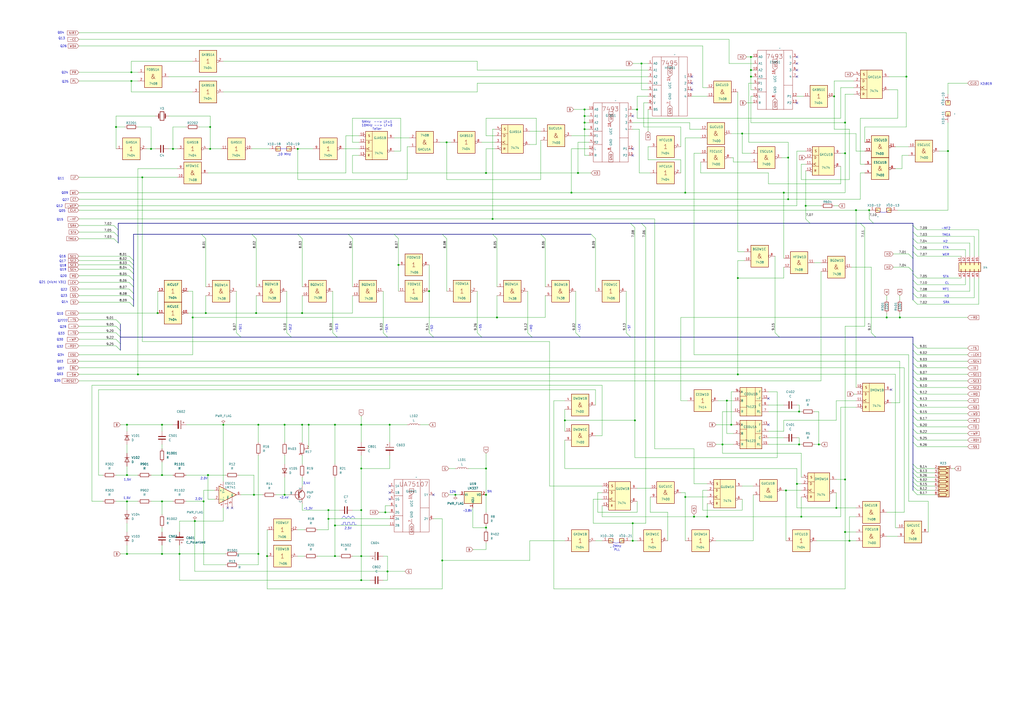
<source format=kicad_sch>
(kicad_sch (version 20231120) (generator "eeschema") (generator_version "8.0")
  (paper "A2")
  (junction (at 504.19 121.92))
  (junction (at 91.44 181.61))
  (junction (at 175.26 246.38))
  (junction (at 209.55 271.78))
  (junction (at 76.2 41.91))
  (junction (at 372.11 36.83))
  (junction (at 190.5 300.99))
  (junction (at 120.65 275.59))
  (junction (at 194.31 322.58))
  (junction (at 339.09 67.31))
  (junction (at 256.54 325.12))
  (junction (at 231.14 153.67))
  (junction (at 76.2 46.99))
  (junction (at 462.28 280.67))
  (junction (at 73.66 321.31))
  (junction (at 149.86 246.38))
  (junction (at 224.79 331.47))
  (junction (at 248.92 168.91))
  (junction (at 223.52 297.18))
  (junction (at 368.3 243.84))
  (junction (at 549.91 87.63))
  (junction (at 281.94 306.07))
  (junction (at 121.92 73.66))
  (junction (at 87.63 86.36))
  (junction (at 464.82 299.72))
  (junction (at 100.33 86.36))
  (junction (at 474.98 257.81))
  (junction (at 129.54 246.38))
  (junction (at 435.61 33.02))
  (junction (at 104.14 321.31))
  (junction (at 113.03 302.26))
  (junction (at 149.86 321.31))
  (junction (at 93.98 290.83))
  (junction (at 496.57 121.92))
  (junction (at 367.03 303.53))
  (junction (at 281.94 100.33))
  (junction (at 327.66 243.84))
  (junction (at 430.53 77.47))
  (junction (at 485.14 294.64))
  (junction (at 427.99 161.29))
  (junction (at 339.09 63.5))
  (junction (at 209.55 322.58))
  (junction (at 463.55 257.81))
  (junction (at 435.61 40.64))
  (junction (at 119.38 181.61))
  (junction (at 175.26 181.61))
  (junction (at 281.94 287.02))
  (junction (at 93.98 246.38))
  (junction (at 369.57 63.5))
  (junction (at 288.29 184.15))
  (junction (at 118.11 290.83))
  (junction (at 514.35 184.15))
  (junction (at 492.76 313.69))
  (junction (at 73.66 246.38))
  (junction (at 264.16 287.02))
  (junction (at 367.03 313.69))
  (junction (at 457.2 115.57))
  (junction (at 67.31 73.66))
  (junction (at 331.47 111.76))
  (junction (at 82.55 102.87))
  (junction (at 427.99 217.17))
  (junction (at 209.55 336.55))
  (junction (at 172.72 86.36))
  (junction (at 339.09 74.93))
  (junction (at 73.66 290.83))
  (junction (at 93.98 321.31))
  (junction (at 148.59 181.61))
  (junction (at 490.22 88.9))
  (junction (at 339.09 71.12))
  (junction (at 421.64 232.41))
  (junction (at 93.98 275.59))
  (junction (at 165.1 287.02))
  (junction (at 424.18 246.38))
  (junction (at 463.55 238.76))
  (junction (at 121.92 86.36))
  (junction (at 285.75 127))
  (junction (at 226.06 246.38))
  (junction (at 419.1 257.81))
  (junction (at 80.01 217.17))
  (junction (at 490.22 71.12))
  (junction (at 281.94 271.78))
  (junction (at 335.28 100.33))
  (junction (at 490.22 308.61))
  (junction (at 190.5 295.91))
  (junction (at 194.31 246.38))
  (junction (at 73.66 275.59))
  (junction (at 165.1 246.38))
  (junction (at 147.32 287.02))
  (junction (at 259.08 82.55))
  (junction (at 454.66 111.76))
  (junction (at 179.07 246.38))
  (junction (at 154.94 322.58))
  (junction (at 457.2 91.44))
  (junction (at 455.93 284.48))
  (junction (at 435.61 44.45))
  (junction (at 467.36 119.38))
  (junction (at 490.22 278.13))
  (junction (at 521.97 184.15))
  (junction (at 209.55 295.91))
  (junction (at 194.31 304.8))
  (junction (at 397.51 111.76))
  (junction (at 111.76 184.15))
  (junction (at 397.51 288.29))
  (junction (at 209.55 246.38))
  (junction (at 525.78 44.45))
  (junction (at 402.59 299.72))
  (junction (at 410.21 299.72))
  (junction (at 483.87 55.88))
  (no_connect (at 226.06 285.75))
  (no_connect (at 251.46 287.02))
  (no_connect (at 132.08 294.64))
  (no_connect (at 367.03 67.31))
  (no_connect (at 445.77 231.14))
  (no_connect (at 462.28 36.83))
  (no_connect (at 462.28 40.64))
  (no_connect (at 462.28 33.02))
  (no_connect (at 401.32 48.26))
  (no_connect (at 134.62 294.64))
  (no_connect (at 367.03 86.36))
  (no_connect (at 367.03 90.17))
  (no_connect (at 401.32 52.07))
  (no_connect (at 462.28 44.45))
  (no_connect (at 226.06 281.94))
  (no_connect (at 445.77 246.38))
  (no_connect (at 462.28 59.69))
  (no_connect (at 226.06 289.56))
  (no_connect (at 516.89 226.06))
  (no_connect (at 401.32 44.45))
  (bus_entry (at 529.59 162.56) (size 2.54 2.54))
  (bus_entry (at 529.59 241.3) (size 2.54 2.54))
  (bus_entry (at 256.54 135.89) (size 2.54 2.54))
  (bus_entry (at 449.58 193.04) (size 2.54 2.54))
  (bus_entry (at 116.84 135.89) (size 2.54 2.54))
  (bus_entry (at 504.19 127) (size 2.54 2.54))
  (bus_entry (at 527.05 147.32) (size 2.54 2.54))
  (bus_entry (at 529.59 218.44) (size 2.54 2.54))
  (bus_entry (at 529.59 207.01) (size 2.54 2.54))
  (bus_entry (at 372.11 129.54) (size 2.54 2.54))
  (bus_entry (at 529.59 158.75) (size 2.54 2.54))
  (bus_entry (at 529.59 142.24) (size 2.54 2.54))
  (bus_entry (at 499.11 129.54) (size 2.54 2.54))
  (bus_entry (at 529.59 170.18) (size 2.54 2.54))
  (bus_entry (at 67.31 193.04) (size 2.54 2.54))
  (bus_entry (at 529.59 214.63) (size 2.54 2.54))
  (bus_entry (at 529.59 279.4) (size 2.54 2.54))
  (bus_entry (at 276.86 193.04) (size 2.54 2.54))
  (bus_entry (at 201.93 135.89) (size 2.54 2.54))
  (bus_entry (at 529.59 276.86) (size 2.54 2.54))
  (bus_entry (at 193.04 193.04) (size 2.54 2.54))
  (bus_entry (at 529.59 248.92) (size 2.54 2.54))
  (bus_entry (at 529.59 146.05) (size 2.54 2.54))
  (bus_entry (at 529.59 252.73) (size 2.54 2.54))
  (bus_entry (at 365.76 129.54) (size 2.54 2.54))
  (bus_entry (at 222.25 193.04) (size 2.54 2.54))
  (bus_entry (at 74.93 171.45) (size 2.54 2.54))
  (bus_entry (at 66.04 134.62) (size 2.54 2.54))
  (bus_entry (at 529.59 138.43) (size 2.54 2.54))
  (bus_entry (at 529.59 134.62) (size 2.54 2.54))
  (bus_entry (at 529.59 274.32) (size 2.54 2.54))
  (bus_entry (at 529.59 245.11) (size 2.54 2.54))
  (bus_entry (at 74.93 175.26) (size 2.54 2.54))
  (bus_entry (at 529.59 226.06) (size 2.54 2.54))
  (bus_entry (at 285.75 135.89) (size 2.54 2.54))
  (bus_entry (at 74.93 156.21) (size 2.54 2.54))
  (bus_entry (at 529.59 173.99) (size 2.54 2.54))
  (bus_entry (at 66.04 138.43) (size 2.54 2.54))
  (bus_entry (at 74.93 151.13) (size 2.54 2.54))
  (bus_entry (at 529.59 256.54) (size 2.54 2.54))
  (bus_entry (at 146.05 135.89) (size 2.54 2.54))
  (bus_entry (at 342.9 135.89) (size 2.54 2.54))
  (bus_entry (at 313.69 135.89) (size 2.54 2.54))
  (bus_entry (at 529.59 203.2) (size 2.54 2.54))
  (bus_entry (at 74.93 148.59) (size 2.54 2.54))
  (bus_entry (at 529.59 233.68) (size 2.54 2.54))
  (bus_entry (at 306.07 193.04) (size 2.54 2.54))
  (bus_entry (at 527.05 154.94) (size 2.54 2.54))
  (bus_entry (at 67.31 196.85) (size 2.54 2.54))
  (bus_entry (at 334.01 193.04) (size 2.54 2.54))
  (bus_entry (at 529.59 210.82) (size 2.54 2.54))
  (bus_entry (at 529.59 166.37) (size 2.54 2.54))
  (bus_entry (at 228.6 135.89) (size 2.54 2.54))
  (bus_entry (at 248.92 193.04) (size 2.54 2.54))
  (bus_entry (at 363.22 193.04) (size 2.54 2.54))
  (bus_entry (at 529.59 130.81) (size 2.54 2.54))
  (bus_entry (at 172.72 135.89) (size 2.54 2.54))
  (bus_entry (at 529.59 229.87) (size 2.54 2.54))
  (bus_entry (at 529.59 199.39) (size 2.54 2.54))
  (bus_entry (at 74.93 163.83) (size 2.54 2.54))
  (bus_entry (at 529.59 222.25) (size 2.54 2.54))
  (bus_entry (at 137.16 193.04) (size 2.54 2.54))
  (bus_entry (at 529.59 269.24) (size 2.54 2.54))
  (bus_entry (at 74.93 160.02) (size 2.54 2.54))
  (bus_entry (at 67.31 185.42) (size 2.54 2.54))
  (bus_entry (at 166.37 193.04) (size 2.54 2.54))
  (bus_entry (at 529.59 271.78) (size 2.54 2.54))
  (bus_entry (at 505.46 193.04) (size 2.54 2.54))
  (bus_entry (at 66.04 130.81) (size 2.54 2.54))
  (bus_entry (at 529.59 281.94) (size 2.54 2.54))
  (bus_entry (at 74.93 167.64) (size 2.54 2.54))
  (bus_entry (at 529.59 284.48) (size 2.54 2.54))
  (bus_entry (at 74.93 153.67) (size 2.54 2.54))
  (bus_entry (at 467.36 127) (size 2.54 2.54))
  (bus_entry (at 67.31 189.23) (size 2.54 2.54))
  (bus_entry (at 67.31 200.66) (size 2.54 2.54))
  (bus_entry (at 529.59 237.49) (size 2.54 2.54))
  (polyline (pts (xy 201.7063 302.983) (xy 202.9763 302.983)))
  (wire (pts (xy 505.46 154.94) (xy 505.46 193.04)))
  (wire (pts (xy 281.94 100.33) (xy 281.94 86.36)))
  (wire (pts (xy 454.66 284.48) (xy 455.93 284.48)))
  (wire (pts (xy 501.65 100.33) (xy 499.11 100.33)))
  (wire (pts (xy 402.59 299.72) (xy 410.21 299.72)))
  (wire (pts (xy 147.32 287.02) (xy 152.4 287.02)))
  (wire (pts (xy 485.14 278.13) (xy 490.22 278.13)))
  (wire (pts (xy 532.13 148.59) (xy 557.53 148.59)))
  (wire (pts (xy 199.39 86.36) (xy 208.28 86.36)))
  (wire (pts (xy 100.33 86.36) (xy 102.87 86.36)))
  (wire (pts (xy 487.68 236.22) (xy 496.57 236.22)))
  (wire (pts (xy 222.25 336.55) (xy 224.79 336.55)))
  (wire (pts (xy 115.57 73.66) (xy 121.92 73.66)))
  (wire (pts (xy 532.13 236.22) (xy 561.34 236.22)))
  (wire (pts (xy 562.61 168.91) (xy 562.61 161.29)))
  (wire (pts (xy 434.34 48.26) (xy 436.88 48.26)))
  (wire (pts (xy 562.61 140.97) (xy 562.61 148.59)))
  (polyline (pts (xy 199.5363 299.3139) (xy 200.8063 300.5839)))
  (wire (pts (xy 445.77 257.81) (xy 463.55 257.81)))
  (wire (pts (xy 462.28 234.95) (xy 463.55 234.95)))
  (wire (pts (xy 492.76 299.72) (xy 492.76 313.69)))
  (wire (pts (xy 316.23 184.15) (xy 288.29 184.15)))
  (wire (pts (xy 345.44 313.69) (xy 349.25 313.69)))
  (wire (pts (xy 119.38 171.45) (xy 119.38 181.61)))
  (wire (pts (xy 416.56 232.41) (xy 421.64 232.41)))
  (wire (pts (xy 248.92 168.91) (xy 248.92 193.04)))
  (wire (pts (xy 445.77 238.76) (xy 463.55 238.76)))
  (wire (pts (xy 190.5 300.99) (xy 226.06 300.99)))
  (wire (pts (xy 495.3 228.6) (xy 496.57 228.6)))
  (wire (pts (xy 532.13 251.46) (xy 561.34 251.46)))
  (wire (pts (xy 532.13 243.84) (xy 561.34 243.84)))
  (wire (pts (xy 204.47 322.58) (xy 209.55 322.58)))
  (wire (pts (xy 421.64 251.46) (xy 421.64 232.41)))
  (wire (pts (xy 504.19 121.92) (xy 504.19 127)))
  (wire (pts (xy 445.77 100.33) (xy 445.77 106.68)))
  (wire (pts (xy 179.07 246.38) (xy 194.31 246.38)))
  (wire (pts (xy 119.38 181.61) (xy 148.59 181.61)))
  (polyline (pts (xy 200.4363 302.983) (xy 200.4363 304.253)))
  (wire (pts (xy 318.77 281.94) (xy 318.77 198.12)))
  (wire (pts (xy 519.43 306.07) (xy 520.7 306.07)))
  (wire (pts (xy 473.71 313.69) (xy 492.76 313.69)))
  (wire (pts (xy 496.57 232.41) (xy 485.14 232.41)))
  (wire (pts (xy 375.92 52.07) (xy 372.11 52.07)))
  (wire (pts (xy 332.74 63.5) (xy 339.09 63.5)))
  (bus (pts (xy 201.93 135.89) (xy 172.72 135.89)))
  (wire (pts (xy 483.87 55.88) (xy 483.87 74.93)))
  (wire (pts (xy 104.14 302.26) (xy 113.03 302.26)))
  (wire (pts (xy 73.66 257.81) (xy 73.66 262.89)))
  (wire (pts (xy 544.83 87.63) (xy 549.91 87.63)))
  (wire (pts (xy 560.07 144.78) (xy 560.07 148.59)))
  (bus (pts (xy 529.59 276.86) (xy 529.59 279.4)))
  (bus (pts (xy 529.59 237.49) (xy 529.59 233.68)))
  (wire (pts (xy 369.57 63.5) (xy 369.57 55.88)))
  (wire (pts (xy 419.1 257.81) (xy 425.45 257.81)))
  (wire (pts (xy 487.68 96.52) (xy 487.68 106.68)))
  (wire (pts (xy 316.23 171.45) (xy 316.23 184.15)))
  (wire (pts (xy 373.38 73.66) (xy 373.38 59.69)))
  (wire (pts (xy 349.25 289.56) (xy 344.17 289.56)))
  (wire (pts (xy 175.26 295.91) (xy 175.26 292.1)))
  (wire (pts (xy 45.72 111.76) (xy 331.47 111.76)))
  (wire (pts (xy 279.4 82.55) (xy 287.02 82.55)))
  (bus (pts (xy 77.47 151.13) (xy 77.47 153.67)))
  (bus (pts (xy 469.9 129.54) (xy 372.11 129.54)))
  (wire (pts (xy 311.15 83.82) (xy 307.34 83.82)))
  (bus (pts (xy 529.59 269.24) (xy 529.59 271.78)))
  (wire (pts (xy 424.18 227.33) (xy 425.45 227.33)))
  (bus (pts (xy 69.85 199.39) (xy 69.85 203.2)))
  (wire (pts (xy 369.57 55.88) (xy 375.92 55.88)))
  (wire (pts (xy 274.32 318.77) (xy 281.94 318.77)))
  (wire (pts (xy 538.48 290.83) (xy 527.05 290.83)))
  (wire (pts (xy 226.06 271.78) (xy 209.55 271.78)))
  (wire (pts (xy 45.72 121.92) (xy 496.57 121.92)))
  (wire (pts (xy 483.87 46.99) (xy 495.3 46.99)))
  (wire (pts (xy 407.67 50.8) (xy 407.67 26.67)))
  (wire (pts (xy 73.66 303.53) (xy 73.66 308.61)))
  (wire (pts (xy 179.07 246.38) (xy 175.26 246.38)))
  (wire (pts (xy 483.87 119.38) (xy 486.41 119.38)))
  (wire (pts (xy 228.6 80.01) (xy 237.49 80.01)))
  (wire (pts (xy 69.85 246.38) (xy 73.66 246.38)))
  (wire (pts (xy 425.45 93.98) (xy 425.45 91.44)))
  (wire (pts (xy 129.54 302.26) (xy 129.54 294.64)))
  (wire (pts (xy 236.22 85.09) (xy 236.22 104.14)))
  (bus (pts (xy 77.47 162.56) (xy 77.47 166.37)))
  (wire (pts (xy 402.59 205.74) (xy 527.05 205.74)))
  (wire (pts (xy 467.36 99.06) (xy 467.36 119.38)))
  (wire (pts (xy 184.15 322.58) (xy 194.31 322.58)))
  (wire (pts (xy 149.86 264.16) (xy 149.86 321.31)))
  (wire (pts (xy 490.22 308.61) (xy 490.22 341.63)))
  (wire (pts (xy 367.03 303.53) (xy 367.03 313.69)))
  (wire (pts (xy 387.35 297.18) (xy 387.35 313.69)))
  (wire (pts (xy 454.66 111.76) (xy 454.66 149.86)))
  (wire (pts (xy 73.66 250.19) (xy 73.66 246.38)))
  (bus (pts (xy 256.54 135.89) (xy 228.6 135.89)))
  (wire (pts (xy 172.72 104.14) (xy 236.22 104.14)))
  (wire (pts (xy 436.88 313.69) (xy 415.29 313.69)))
  (wire (pts (xy 93.98 257.81) (xy 93.98 260.35)))
  (wire (pts (xy 532.13 276.86) (xy 542.29 276.86)))
  (wire (pts (xy 76.2 46.99) (xy 76.2 53.34)))
  (wire (pts (xy 276.86 40.64) (xy 276.86 35.56)))
  (wire (pts (xy 138.43 327.66) (xy 149.86 327.66)))
  (wire (pts (xy 82.55 102.87) (xy 82.55 198.12)))
  (wire (pts (xy 474.98 257.81) (xy 476.25 257.81)))
  (wire (pts (xy 520.7 68.58) (xy 520.7 52.07)))
  (wire (pts (xy 369.57 297.18) (xy 346.71 297.18)))
  (wire (pts (xy 370.84 74.93) (xy 370.84 100.33)))
  (bus (pts (xy 69.85 195.58) (xy 69.85 199.39)))
  (bus (pts (xy 251.46 195.58) (xy 224.79 195.58)))
  (wire (pts (xy 93.98 246.38) (xy 93.98 250.19)))
  (wire (pts (xy 474.98 238.76) (xy 474.98 257.81)))
  (wire (pts (xy 224.79 331.47) (xy 234.95 331.47)))
  (wire (pts (xy 281.94 86.36) (xy 287.02 86.36)))
  (wire (pts (xy 345.44 226.06) (xy 57.15 226.06)))
  (wire (pts (xy 523.24 90.17) (xy 527.05 90.17)))
  (wire (pts (xy 165.1 276.86) (xy 165.1 287.02)))
  (wire (pts (xy 45.72 200.66) (xy 67.31 200.66)))
  (wire (pts (xy 419.1 257.81) (xy 419.1 262.89)))
  (wire (pts (xy 327.66 243.84) (xy 327.66 250.19)))
  (wire (pts (xy 501.65 95.25) (xy 499.11 95.25)))
  (wire (pts (xy 232.41 87.63) (xy 232.41 68.58)))
  (wire (pts (xy 463.55 257.81) (xy 464.82 257.81)))
  (wire (pts (xy 463.55 254) (xy 463.55 257.81)))
  (bus (pts (xy 529.59 170.18) (xy 529.59 173.99)))
  (wire (pts (xy 487.68 88.9) (xy 490.22 88.9)))
  (wire (pts (xy 209.55 336.55) (xy 104.14 336.55)))
  (bus (pts (xy 529.59 146.05) (xy 529.59 149.86)))
  (wire (pts (xy 492.76 104.14) (xy 464.82 104.14)))
  (wire (pts (xy 109.22 181.61) (xy 119.38 181.61)))
  (wire (pts (xy 560.07 165.1) (xy 560.07 161.29)))
  (wire (pts (xy 397.51 285.75) (xy 394.97 285.75)))
  (wire (pts (xy 160.02 287.02) (xy 165.1 287.02)))
  (wire (pts (xy 45.72 130.81) (xy 66.04 130.81)))
  (wire (pts (xy 373.38 59.69) (xy 375.92 59.69)))
  (wire (pts (xy 410.21 299.72) (xy 464.82 299.72)))
  (wire (pts (xy 476.25 220.98) (xy 476.25 157.48)))
  (wire (pts (xy 397.51 111.76) (xy 454.66 111.76)))
  (wire (pts (xy 532.13 284.48) (xy 542.29 284.48)))
  (wire (pts (xy 222.25 322.58) (xy 224.79 322.58)))
  (wire (pts (xy 462.28 87.63) (xy 462.28 119.38)))
  (wire (pts (xy 67.31 275.59) (xy 73.66 275.59)))
  (wire (pts (xy 335.28 82.55) (xy 335.28 100.33)))
  (wire (pts (xy 190.5 307.34) (xy 190.5 300.99)))
  (wire (pts (xy 485.14 294.64) (xy 462.28 294.64)))
  (wire (pts (xy 467.36 87.63) (xy 462.28 87.63)))
  (wire (pts (xy 368.3 132.08) (xy 368.3 243.84)))
  (wire (pts (xy 209.55 336.55) (xy 209.55 322.58)))
  (bus (pts (xy 529.59 134.62) (xy 529.59 138.43)))
  (wire (pts (xy 464.82 95.25) (xy 467.36 95.25)))
  (wire (pts (xy 485.14 243.84) (xy 454.66 243.84)))
  (wire (pts (xy 45.72 148.59) (xy 74.93 148.59)))
  (wire (pts (xy 87.63 86.36) (xy 90.17 86.36)))
  (wire (pts (xy 45.72 22.86) (xy 422.91 22.86)))
  (wire (pts (xy 492.76 74.93) (xy 492.76 104.14)))
  (bus (pts (xy 77.47 153.67) (xy 77.47 156.21)))
  (wire (pts (xy 519.43 97.79) (xy 523.24 97.79)))
  (wire (pts (xy 45.72 156.21) (xy 74.93 156.21)))
  (wire (pts (xy 45.72 102.87) (xy 82.55 102.87)))
  (wire (pts (xy 154.94 307.34) (xy 154.94 322.58)))
  (wire (pts (xy 449.58 148.59) (xy 449.58 193.04)))
  (wire (pts (xy 487.68 236.22) (xy 487.68 299.72)))
  (wire (pts (xy 73.66 321.31) (xy 93.98 321.31)))
  (wire (pts (xy 121.92 67.31) (xy 121.92 73.66)))
  (wire (pts (xy 397.51 80.01) (xy 397.51 111.76)))
  (bus (pts (xy 529.59 129.54) (xy 506.73 129.54)))
  (wire (pts (xy 518.16 147.32) (xy 527.05 147.32)))
  (wire (pts (xy 519.43 85.09) (xy 527.05 85.09)))
  (wire (pts (xy 490.22 278.13) (xy 490.22 308.61)))
  (wire (pts (xy 130.81 321.31) (xy 104.14 321.31)))
  (wire (pts (xy 45.72 46.99) (xy 76.2 46.99)))
  (wire (pts (xy 255.27 82.55) (xy 259.08 82.55)))
  (wire (pts (xy 121.92 73.66) (xy 121.92 86.36)))
  (wire (pts (xy 45.72 175.26) (xy 74.93 175.26)))
  (wire (pts (xy 433.07 33.02) (xy 435.61 33.02)))
  (bus (pts (xy 116.84 135.89) (xy 77.47 135.89)))
  (wire (pts (xy 172.72 322.58) (xy 176.53 322.58)))
  (bus (pts (xy 529.59 222.25) (xy 529.59 218.44)))
  (wire (pts (xy 532.13 287.02) (xy 542.29 287.02)))
  (wire (pts (xy 406.4 100.33) (xy 445.77 100.33)))
  (wire (pts (xy 532.13 201.93) (xy 561.34 201.93)))
  (wire (pts (xy 285.75 127) (xy 379.73 127)))
  (wire (pts (xy 45.72 167.64) (xy 74.93 167.64)))
  (wire (pts (xy 243.84 246.38) (xy 248.92 246.38)))
  (wire (pts (xy 406.4 88.9) (xy 402.59 88.9)))
  (wire (pts (xy 111.76 35.56) (xy 76.2 35.56)))
  (polyline (pts (xy 204.6163 299.3139) (xy 205.8863 300.5839)))
  (bus (pts (xy 195.58 195.58) (xy 168.91 195.58)))
  (wire (pts (xy 394.97 232.41) (xy 394.97 184.15)))
  (bus (pts (xy 529.59 241.3) (xy 529.59 245.11)))
  (wire (pts (xy 462.28 294.64) (xy 462.28 280.67)))
  (wire (pts (xy 372.11 36.83) (xy 375.92 36.83)))
  (wire (pts (xy 372.11 52.07) (xy 372.11 36.83)))
  (wire (pts (xy 532.13 172.72) (xy 565.15 172.72)))
  (wire (pts (xy 334.01 168.91) (xy 334.01 193.04)))
  (wire (pts (xy 424.18 246.38) (xy 424.18 227.33)))
  (wire (pts (xy 175.26 276.86) (xy 175.26 281.94)))
  (bus (pts (xy 529.59 214.63) (xy 529.59 210.82)))
  (wire (pts (xy 367.03 313.69) (xy 369.57 313.69)))
  (wire (pts (xy 450.85 227.33) (xy 450.85 265.43)))
  (bus (pts (xy 68.58 137.16) (xy 68.58 140.97)))
  (wire (pts (xy 425.45 238.76) (xy 419.1 238.76)))
  (wire (pts (xy 327.66 271.78) (xy 327.66 255.27)))
  (wire (pts (xy 45.72 181.61) (xy 91.44 181.61)))
  (bus (pts (xy 69.85 191.77) (xy 69.85 195.58)))
  (wire (pts (xy 100.33 73.66) (xy 100.33 86.36)))
  (bus (pts (xy 529.59 281.94) (xy 529.59 284.48)))
  (wire (pts (xy 499.11 95.25) (xy 499.11 68.58)))
  (wire (pts (xy 118.11 290.83) (xy 107.95 290.83)))
  (wire (pts (xy 223.52 297.18) (xy 226.06 297.18)))
  (wire (pts (xy 193.04 168.91) (xy 193.04 193.04)))
  (wire (pts (xy 464.82 299.72) (xy 464.82 288.29)))
  (wire (pts (xy 394.97 92.71) (xy 375.92 92.71)))
  (wire (pts (xy 222.25 168.91) (xy 222.25 193.04)))
  (wire (pts (xy 532.13 176.53) (xy 567.69 176.53)))
  (wire (pts (xy 525.78 44.45) (xy 525.78 19.05)))
  (bus (pts (xy 529.59 210.82) (xy 529.59 207.01)))
  (wire (pts (xy 433.07 59.69) (xy 436.88 59.69)))
  (wire (pts (xy 532.13 259.08) (xy 561.34 259.08)))
  (wire (pts (xy 231.14 153.67) (xy 231.14 168.91)))
  (wire (pts (xy 107.95 246.38) (xy 129.54 246.38)))
  (wire (pts (xy 82.55 102.87) (xy 102.87 102.87)))
  (wire (pts (xy 519.43 217.17) (xy 519.43 306.07)))
  (wire (pts (xy 525.78 73.66) (xy 525.78 44.45)))
  (wire (pts (xy 532.13 220.98) (xy 561.34 220.98)))
  (wire (pts (xy 532.13 140.97) (xy 562.61 140.97)))
  (wire (pts (xy 501.65 82.55) (xy 501.65 73.66)))
  (wire (pts (xy 260.35 287.02) (xy 264.16 287.02)))
  (bus (pts (xy 529.59 166.37) (xy 529.59 162.56)))
  (wire (pts (xy 490.22 308.61) (xy 496.57 308.61)))
  (wire (pts (xy 454.66 243.84) (xy 454.66 250.19)))
  (wire (pts (xy 91.44 168.91) (xy 91.44 181.61)))
  (wire (pts (xy 425.45 251.46) (xy 421.64 251.46)))
  (wire (pts (xy 369.57 68.58) (xy 369.57 63.5)))
  (wire (pts (xy 435.61 71.12) (xy 490.22 71.12)))
  (wire (pts (xy 410.21 280.67) (xy 402.59 280.67)))
  (wire (pts (xy 345.44 138.43) (xy 345.44 168.91)))
  (wire (pts (xy 76.2 35.56) (xy 76.2 41.91)))
  (wire (pts (xy 368.3 265.43) (xy 450.85 265.43)))
  (wire (pts (xy 45.72 26.67) (xy 407.67 26.67)))
  (wire (pts (xy 129.54 246.38) (xy 129.54 279.4)))
  (wire (pts (xy 111.76 184.15) (xy 288.29 184.15)))
  (wire (pts (xy 406.4 100.33) (xy 406.4 93.98)))
  (bus (pts (xy 365.76 129.54) (xy 68.58 129.54)))
  (wire (pts (xy 194.31 322.58) (xy 196.85 322.58)))
  (wire (pts (xy 93.98 290.83) (xy 100.33 290.83)))
  (bus (pts (xy 529.59 207.01) (xy 529.59 203.2)))
  (wire (pts (xy 172.72 86.36) (xy 181.61 86.36)))
  (wire (pts (xy 93.98 267.97) (xy 93.98 275.59)))
  (wire (pts (xy 274.32 306.07) (xy 281.94 306.07)))
  (wire (pts (xy 567.69 133.35) (xy 567.69 148.59)))
  (wire (pts (xy 276.86 35.56) (xy 129.54 35.56)))
  (wire (pts (xy 67.31 290.83) (xy 73.66 290.83)))
  (wire (pts (xy 339.09 74.93) (xy 339.09 90.17)))
  (wire (pts (xy 425.45 246.38) (xy 424.18 246.38)))
  (wire (pts (xy 259.08 104.14) (xy 259.08 82.55)))
  (wire (pts (xy 119.38 138.43) (xy 119.38 166.37)))
  (wire (pts (xy 369.57 283.21) (xy 377.19 283.21)))
  (wire (pts (xy 118.11 284.48) (xy 118.11 290.83)))
  (wire (pts (xy 485.14 294.64) (xy 496.57 294.64)))
  (wire (pts (xy 165.1 287.02) (xy 167.64 287.02)))
  (bus (pts (xy 529.59 142.24) (xy 529.59 146.05)))
  (wire (pts (xy 415.29 246.38) (xy 424.18 246.38)))
  (wire (pts (xy 521.97 184.15) (xy 561.34 184.15)))
  (wire (pts (xy 532.13 213.36) (xy 561.34 213.36)))
  (wire (pts (xy 87.63 275.59) (xy 93.98 275.59)))
  (wire (pts (xy 190.5 295.91) (xy 175.26 295.91)))
  (wire (pts (xy 327.66 243.84) (xy 368.3 243.84)))
  (wire (pts (xy 281.94 68.58) (xy 311.15 68.58)))
  (wire (pts (xy 172.72 307.34) (xy 176.53 307.34)))
  (bus (pts (xy 529.59 252.73) (xy 529.59 248.92)))
  (wire (pts (xy 256.54 341.63) (xy 256.54 325.12)))
  (wire (pts (xy 398.78 232.41) (xy 394.97 232.41)))
  (bus (pts (xy 529.59 271.78) (xy 529.59 274.32)))
  (bus (pts (xy 224.79 195.58) (xy 195.58 195.58)))
  (bus (pts (xy 529.59 218.44) (xy 529.59 214.63)))
  (wire (pts (xy 130.81 327.66) (xy 118.11 327.66)))
  (wire (pts (xy 419.1 238.76) (xy 419.1 257.81)))
  (wire (pts (xy 344.17 303.53) (xy 367.03 303.53)))
  (bus (pts (xy 529.59 279.4) (xy 529.59 281.94)))
  (wire (pts (xy 307.34 76.2) (xy 313.69 76.2)))
  (wire (pts (xy 80.01 217.17) (xy 427.99 217.17)))
  (wire (pts (xy 209.55 322.58) (xy 214.63 322.58)))
  (wire (pts (xy 407.67 284.48) (xy 410.21 284.48)))
  (wire (pts (xy 368.3 243.84) (xy 368.3 265.43)))
  (polyline (pts (xy 198.2663 300.5839) (xy 199.5363 299.3139)))
  (wire (pts (xy 427.99 146.05) (xy 431.8 146.05)))
  (bus (pts (xy 529.59 138.43) (xy 529.59 142.24)))
  (wire (pts (xy 496.57 299.72) (xy 492.76 299.72)))
  (wire (pts (xy 87.63 290.83) (xy 93.98 290.83)))
  (wire (pts (xy 45.72 189.23) (xy 67.31 189.23)))
  (wire (pts (xy 120.65 289.56) (xy 120.65 275.59)))
  (wire (pts (xy 524.51 213.36) (xy 45.72 213.36)))
  (wire (pts (xy 520.7 121.92) (xy 549.91 121.92)))
  (wire (pts (xy 175.26 138.43) (xy 175.26 166.37)))
  (wire (pts (xy 165.1 246.38) (xy 149.86 246.38)))
  (wire (pts (xy 97.79 67.31) (xy 121.92 67.31)))
  (wire (pts (xy 532.13 274.32) (xy 542.29 274.32)))
  (wire (pts (xy 232.41 68.58) (xy 204.47 68.58)))
  (wire (pts (xy 532.13 165.1) (xy 560.07 165.1)))
  (wire (pts (xy 346.71 285.75) (xy 349.25 285.75)))
  (wire (pts (xy 567.69 176.53) (xy 567.69 161.29)))
  (wire (pts (xy 45.72 163.83) (xy 74.93 163.83)))
  (wire (pts (xy 274.32 294.64) (xy 274.32 306.07)))
  (wire (pts (xy 179.07 260.35) (xy 179.07 246.38)))
  (wire (pts (xy 45.72 205.74) (xy 111.76 205.74)))
  (wire (pts (xy 462.28 280.67) (xy 462.28 271.78)))
  (bus (pts (xy 146.05 135.89) (xy 116.84 135.89)))
  (wire (pts (xy 316.23 138.43) (xy 316.23 166.37)))
  (wire (pts (xy 483.87 74.93) (xy 492.76 74.93)))
  (wire (pts (xy 118.11 290.83) (xy 118.11 327.66)))
  (wire (pts (xy 339.09 63.5) (xy 341.63 63.5)))
  (wire (pts (xy 464.82 104.14) (xy 464.82 95.25)))
  (bus (pts (xy 77.47 135.89) (xy 77.47 151.13)))
  (wire (pts (xy 154.94 341.63) (xy 256.54 341.63)))
  (wire (pts (xy 264.16 287.02) (xy 266.7 287.02)))
  (wire (pts (xy 281.94 78.74) (xy 281.94 68.58)))
  (wire (pts (xy 80.01 73.66) (xy 87.63 73.66)))
  (wire (pts (xy 313.69 104.14) (xy 259.08 104.14)))
  (wire (pts (xy 209.55 256.54) (xy 209.55 246.38)))
  (wire (pts (xy 57.15 226.06) (xy 57.15 275.59)))
  (wire (pts (xy 276.86 168.91) (xy 276.86 193.04)))
  (bus (pts (xy 313.69 135.89) (xy 285.75 135.89)))
  (wire (pts (xy 53.34 223.52) (xy 53.34 290.83)))
  (wire (pts (xy 148.59 181.61) (xy 175.26 181.61)))
  (bus (pts (xy 529.59 162.56) (xy 529.59 158.75)))
  (bus (pts (xy 77.47 166.37) (xy 77.47 170.18)))
  (wire (pts (xy 45.72 134.62) (xy 66.04 134.62)))
  (wire (pts (xy 69.85 321.31) (xy 73.66 321.31)))
  (wire (pts (xy 485.14 285.75) (xy 485.14 294.64)))
  (bus (pts (xy 308.61 195.58) (xy 279.4 195.58)))
  (wire (pts (xy 73.66 275.59) (xy 80.01 275.59)))
  (bus (pts (xy 529.59 166.37) (xy 529.59 170.18)))
  (polyline (pts (xy 204.2463 302.983) (xy 205.5163 302.983)))
  (wire (pts (xy 45.72 160.02) (xy 74.93 160.02)))
  (wire (pts (xy 331.47 111.76) (xy 331.47 86.36)))
  (wire (pts (xy 113.03 331.47) (xy 224.79 331.47)))
  (wire (pts (xy 515.62 44.45) (xy 525.78 44.45)))
  (wire (pts (xy 472.44 152.4) (xy 476.25 152.4)))
  (wire (pts (xy 472.44 238.76) (xy 474.98 238.76)))
  (wire (pts (xy 276.86 53.34) (xy 129.54 53.34)))
  (wire (pts (xy 436.88 33.02) (xy 435.61 33.02)))
  (wire (pts (xy 339.09 74.93) (xy 341.63 74.93)))
  (wire (pts (xy 487.68 50.8) (xy 487.68 68.58)))
  (wire (pts (xy 73.66 290.83) (xy 73.66 295.91)))
  (wire (pts (xy 129.54 246.38) (xy 149.86 246.38)))
  (wire (pts (xy 287.02 74.93) (xy 285.75 74.93)))
  (wire (pts (xy 499.11 68.58) (xy 520.7 68.58)))
  (bus (pts (xy 77.47 158.75) (xy 77.47 162.56)))
  (wire (pts (xy 204.47 90.17) (xy 204.47 100.33)))
  (wire (pts (xy 532.13 224.79) (xy 561.34 224.79)))
  (wire (pts (xy 204.47 82.55) (xy 208.28 82.55)))
  (wire (pts (xy 120.65 100.33) (xy 200.66 100.33)))
  (wire (pts (xy 457.2 115.57) (xy 499.11 115.57)))
  (bus (pts (xy 139.7 195.58) (xy 69.85 195.58)))
  (wire (pts (xy 430.53 289.56) (xy 430.53 295.91)))
  (wire (pts (xy 341.63 90.17) (xy 339.09 90.17)))
  (wire (pts (xy 306.07 168.91) (xy 306.07 193.04)))
  (wire (pts (xy 490.22 189.23) (xy 501.65 189.23)))
  (wire (pts (xy 532.13 133.35) (xy 567.69 133.35)))
  (wire (pts (xy 344.17 289.56) (xy 344.17 303.53)))
  (wire (pts (xy 67.31 196.85) (xy 45.72 196.85)))
  (wire (pts (xy 453.39 91.44) (xy 457.2 91.44)))
  (wire (pts (xy 259.08 82.55) (xy 261.62 82.55)))
  (wire (pts (xy 462.28 280.67) (xy 464.82 280.67)))
  (wire (pts (xy 147.32 287.02) (xy 147.32 275.59)))
  (wire (pts (xy 485.14 232.41) (xy 485.14 243.84)))
  (wire (pts (xy 287.02 78.74) (xy 281.94 78.74)))
  (wire (pts (xy 45.72 217.17) (xy 80.01 217.17)))
  (wire (pts (xy 457.2 91.44) (xy 457.2 115.57)))
  (wire (pts (xy 402.59 260.35) (xy 379.73 260.35)))
  (wire (pts (xy 492.76 313.69) (xy 496.57 313.69)))
  (wire (pts (xy 524.51 297.18) (xy 514.35 297.18)))
  (wire (pts (xy 327.66 237.49) (xy 327.66 243.84)))
  (wire (pts (xy 467.36 119.38) (xy 467.36 127)))
  (wire (pts (xy 463.55 234.95) (xy 463.55 238.76)))
  (wire (pts (xy 73.66 316.23) (xy 73.66 321.31)))
  (wire (pts (xy 401.32 55.88) (xy 410.21 55.88)))
  (wire (pts (xy 501.65 132.08) (xy 501.65 189.23)))
  (wire (pts (xy 67.31 67.31) (xy 67.31 73.66)))
  (wire (pts (xy 487.68 299.72) (xy 464.82 299.72)))
  (bus (pts (xy 506.73 129.54) (xy 499.11 129.54)))
  (wire (pts (xy 209.55 241.3) (xy 209.55 246.38)))
  (wire (pts (xy 76.2 46.99) (xy 80.01 46.99)))
  (wire (pts (xy 111.76 168.91) (xy 111.76 184.15)))
  (wire (pts (xy 219.71 297.18) (xy 223.52 297.18)))
  (wire (pts (xy 490.22 111.76) (xy 454.66 111.76)))
  (wire (pts (xy 374.65 132.08) (xy 374.65 303.53)))
  (wire (pts (xy 549.91 87.63) (xy 549.91 71.12)))
  (wire (pts (xy 436.88 52.07) (xy 435.61 52.07)))
  (wire (pts (xy 532.13 228.6) (xy 561.34 228.6)))
  (bus (pts (xy 508 195.58) (xy 452.12 195.58)))
  (wire (pts (xy 532.13 137.16) (xy 565.15 137.16)))
  (wire (pts (xy 375.92 85.09) (xy 377.19 85.09)))
  (wire (pts (xy 496.57 87.63) (xy 496.57 77.47)))
  (wire (pts (xy 394.97 100.33) (xy 394.97 92.71)))
  (wire (pts (xy 457.2 82.55) (xy 434.34 82.55)))
  (wire (pts (xy 104.14 308.61) (xy 104.14 302.26)))
  (wire (pts (xy 369.57 290.83) (xy 369.57 297.18)))
  (wire (pts (xy 532.13 217.17) (xy 561.34 217.17)))
  (wire (pts (xy 345.44 252.73) (xy 349.25 252.73)))
  (wire (pts (xy 137.16 168.91) (xy 137.16 193.04)))
  (wire (pts (xy 248.92 153.67) (xy 248.92 168.91)))
  (wire (pts (xy 496.57 121.92) (xy 496.57 224.79)))
  (wire (pts (xy 113.03 302.26) (xy 113.03 331.47)))
  (bus (pts (xy 285.75 135.89) (xy 256.54 135.89)))
  (bus (pts (xy 342.9 135.89) (xy 313.69 135.89)))
  (wire (pts (xy 549.91 121.92) (xy 549.91 87.63)))
  (wire (pts (xy 349.25 299.72) (xy 402.59 299.72)))
  (bus (pts (xy 529.59 158.75) (xy 529.59 157.48)))
  (wire (pts (xy 518.16 154.94) (xy 527.05 154.94)))
  (wire (pts (xy 410.21 292.1) (xy 410.21 299.72)))
  (polyline (pts (xy 202.0763 299.3139) (xy 203.3463 300.5839)))
  (wire (pts (xy 435.61 52.07) (xy 435.61 44.45)))
  (wire (pts (xy 462.28 55.88) (xy 466.09 55.88)))
  (wire (pts (xy 369.57 68.58) (xy 487.68 68.58)))
  (polyline (pts (xy 197.8963 304.253) (xy 199.1663 304.253)))
  (wire (pts (xy 209.55 246.38) (xy 194.31 246.38)))
  (wire (pts (xy 97.79 86.36) (xy 100.33 86.36)))
  (wire (pts (xy 226.06 256.54) (xy 226.06 246.38)))
  (bus (pts (xy 68.58 133.35) (xy 68.58 137.16)))
  (wire (pts (xy 345.44 234.95) (xy 345.44 226.06)))
  (wire (pts (xy 226.06 293.37) (xy 223.52 293.37)))
  (wire (pts (xy 214.63 336.55) (xy 209.55 336.55)))
  (bus (pts (xy 529.59 129.54) (xy 529.59 130.81)))
  (wire (pts (xy 349.25 223.52) (xy 53.34 223.52)))
  (wire (pts (xy 175.26 246.38) (xy 175.26 256.54)))
  (bus (pts (xy 529.59 233.68) (xy 529.59 229.87)))
  (wire (pts (xy 104.14 321.31) (xy 104.14 316.23)))
  (wire (pts (xy 256.54 325.12) (xy 256.54 300.99)))
  (wire (pts (xy 430.53 77.47) (xy 496.57 77.47)))
  (wire (pts (xy 307.34 325.12) (xy 307.34 313.69)))
  (wire (pts (xy 204.47 138.43) (xy 204.47 166.37)))
  (wire (pts (xy 435.61 55.88) (xy 435.61 71.12)))
  (wire (pts (xy 565.15 172.72) (xy 565.15 161.29)))
  (polyline (pts (xy 199.1663 302.983) (xy 199.1663 304.253)))
  (wire (pts (xy 209.55 295.91) (xy 209.55 322.58)))
  (wire (pts (xy 190.5 300.99) (xy 190.5 295.91)))
  (wire (pts (xy 82.55 198.12) (xy 318.77 198.12)))
  (wire (pts (xy 223.52 293.37) (xy 223.52 297.18)))
  (wire (pts (xy 281.94 287.02) (xy 281.94 297.18)))
  (wire (pts (xy 367.03 74.93) (xy 370.84 74.93)))
  (bus (pts (xy 529.59 256.54) (xy 529.59 269.24)))
  (wire (pts (xy 367.03 36.83) (xy 372.11 36.83)))
  (wire (pts (xy 370.84 100.33) (xy 377.19 100.33)))
  (wire (pts (xy 375.92 92.71) (xy 375.92 85.09)))
  (wire (pts (xy 204.47 295.91) (xy 209.55 295.91)))
  (wire (pts (xy 226.06 246.38) (xy 236.22 246.38)))
  (wire (pts (xy 124.46 289.56) (xy 120.65 289.56)))
  (wire (pts (xy 67.31 86.36) (xy 67.31 73.66)))
  (wire (pts (xy 281.94 318.77) (xy 281.94 314.96)))
  (wire (pts (xy 200.66 78.74) (xy 208.28 78.74)))
  (wire (pts (xy 487.68 106.68) (xy 445.77 106.68)))
  (wire (pts (xy 483.87 55.88) (xy 483.87 46.99)))
  (bus (pts (xy 529.59 130.81) (xy 529.59 134.62)))
  (wire (pts (xy 532.13 281.94) (xy 542.29 281.94)))
  (wire (pts (xy 523.24 97.79) (xy 523.24 90.17)))
  (wire (pts (xy 76.2 41.91) (xy 80.01 41.91)))
  (wire (pts (xy 397.51 288.29) (xy 397.51 285.75)))
  (wire (pts (xy 288.29 184.15) (xy 288.29 171.45)))
  (wire (pts (xy 436.88 40.64) (xy 435.61 40.64)))
  (bus (pts (xy 452.12 195.58) (xy 365.76 195.58)))
  (wire (pts (xy 120.65 86.36) (xy 121.92 86.36)))
  (wire (pts (xy 427.99 217.17) (xy 519.43 217.17)))
  (wire (pts (xy 124.46 284.48) (xy 118.11 284.48)))
  (wire (pts (xy 430.53 281.94) (xy 436.88 281.94)))
  (wire (pts (xy 436.88 287.02) (xy 436.88 313.69)))
  (wire (pts (xy 397.51 288.29) (xy 397.51 313.69)))
  (wire (pts (xy 93.98 316.23) (xy 93.98 321.31)))
  (wire (pts (xy 421.64 232.41) (xy 425.45 232.41)))
  (polyline (pts (xy 204.2463 302.983) (xy 204.2463 304.253)))
  (wire (pts (xy 501.65 73.66) (xy 525.78 73.66)))
  (wire (pts (xy 402.59 280.67) (xy 402.59 260.35)))
  (wire (pts (xy 194.31 304.8) (xy 226.06 304.8)))
  (wire (pts (xy 204.47 68.58) (xy 204.47 82.55)))
  (wire (pts (xy 514.35 184.15) (xy 521.97 184.15)))
  (wire (pts (xy 45.72 115.57) (xy 457.2 115.57)))
  (wire (pts (xy 424.18 77.47) (xy 430.53 77.47)))
  (wire (pts (xy 367.03 303.53) (xy 374.65 303.53)))
  (wire (pts (xy 431.8 151.13) (xy 427.99 151.13)))
  (wire (pts (xy 394.97 85.09) (xy 394.97 73.66)))
  (wire (pts (xy 260.35 271.78) (xy 264.16 271.78)))
  (wire (pts (xy 514.35 171.45) (xy 514.35 173.99)))
  (wire (pts (xy 339.09 63.5) (xy 339.09 67.31)))
  (wire (pts (xy 514.35 181.61) (xy 514.35 184.15)))
  (wire (pts (xy 45.72 209.55) (xy 521.97 209.55)))
  (wire (pts (xy 341.63 82.55) (xy 335.28 82.55)))
  (wire (pts (xy 527.05 205.74) (xy 527.05 290.83)))
  (wire (pts (xy 430.53 88.9) (xy 430.53 77.47)))
  (wire (pts (xy 204.47 100.33) (xy 281.94 100.33)))
  (wire (pts (xy 524.51 213.36) (xy 524.51 297.18)))
  (wire (pts (xy 321.31 341.63) (xy 490.22 341.63)))
  (bus (pts (xy 529.59 229.87) (xy 529.59 226.06)))
  (wire (pts (xy 113.03 302.26) (xy 129.54 302.26)))
  (wire (pts (xy 281.94 271.78) (xy 281.94 262.89)))
  (wire (pts (xy 209.55 271.78) (xy 209.55 295.91)))
  (wire (pts (xy 410.21 50.8) (xy 407.67 50.8)))
  (wire (pts (xy 495.3 54.61) (xy 490.22 54.61)))
  (bus (pts (xy 69.85 187.96) (xy 69.85 191.77)))
  (wire (pts (xy 208.28 90.17) (xy 204.47 90.17)))
  (wire (pts (xy 415.29 257.81) (xy 419.1 257.81)))
  (wire (pts (xy 237.49 85.09) (xy 236.22 85.09)))
  (polyline (pts (xy 202.9763 304.253) (xy 204.2463 304.253)))
  (wire (pts (xy 288.29 138.43) (xy 288.29 166.37)))
  (wire (pts (xy 549.91 54.61) (xy 549.91 48.26)))
  (wire (pts (xy 445.77 234.95) (xy 454.66 234.95)))
  (wire (pts (xy 45.72 220.98) (xy 476.25 220.98)))
  (wire (pts (xy 499.11 100.33) (xy 499.11 115.57)))
  (wire (pts (xy 532.13 168.91) (xy 562.61 168.91)))
  (wire (pts (xy 321.31 232.41) (xy 321.31 341.63)))
  (bus (pts (xy 529.59 149.86) (xy 529.59 157.48)))
  (wire (pts (xy 281.94 304.8) (xy 281.94 306.07)))
  (wire (pts (xy 276.86 48.26) (xy 375.92 48.26)))
  (wire (pts (xy 200.66 100.33) (xy 200.66 78.74)))
  (wire (pts (xy 228.6 87.63) (xy 232.41 87.63)))
  (wire (pts (xy 346.71 297.18) (xy 346.71 285.75)))
  (wire (pts (xy 425.45 91.44) (xy 424.18 91.44)))
  (wire (pts (xy 73.66 290.83) (xy 80.01 290.83)))
  (wire (pts (xy 175.26 246.38) (xy 165.1 246.38)))
  (wire (pts (xy 406.4 80.01) (xy 397.51 80.01)))
  (bus (pts (xy 168.91 195.58) (xy 139.7 195.58)))
  (wire (pts (xy 45.72 41.91) (xy 76.2 41.91)))
  (wire (pts (xy 154.94 322.58) (xy 154.94 341.63)))
  (wire (pts (xy 107.95 73.66) (xy 100.33 73.66)))
  (wire (pts (xy 454.66 250.19) (xy 445.77 250.19)))
  (bus (pts (xy 529.59 199.39) (xy 529.59 195.58)))
  (wire (pts (xy 532.13 247.65) (xy 561.34 247.65)))
  (wire (pts (xy 184.15 307.34) (xy 190.5 307.34)))
  (wire (pts (xy 349.25 281.94) (xy 318.77 281.94)))
  (wire (pts (xy 45.72 151.13) (xy 74.93 151.13)))
  (wire (pts (xy 496.57 121.92) (xy 504.19 121.92)))
  (wire (pts (xy 532.13 232.41) (xy 561.34 232.41)))
  (wire (pts (xy 532.13 255.27) (xy 561.34 255.27)))
  (wire (pts (xy 521.97 181.61) (xy 521.97 184.15)))
  (polyline (pts (xy 200.4363 304.253) (xy 201.7063 304.253)))
  (wire (pts (xy 149.86 246.38) (xy 149.86 256.54)))
  (wire (pts (xy 377.19 297.18) (xy 387.35 297.18)))
  (wire (pts (xy 445.77 227.33) (xy 450.85 227.33)))
  (polyline (pts (xy 199.1663 302.983) (xy 200.4363 302.983)))
  (wire (pts (xy 45.72 193.04) (xy 67.31 193.04)))
  (wire (pts (xy 514.35 311.15) (xy 520.7 311.15)))
  (wire (pts (xy 375.92 63.5) (xy 375.92 76.2)))
  (wire (pts (xy 402.59 298.45) (xy 402.59 299.72)))
  (wire (pts (xy 436.88 55.88) (xy 435.61 55.88)))
  (wire (pts (xy 495.3 50.8) (xy 487.68 50.8)))
  (wire (pts (xy 107.95 275.59) (xy 120.65 275.59)))
  (wire (pts (xy 490.22 278.13) (xy 490.22 189.23)))
  (wire (pts (xy 165.1 264.16) (xy 165.1 269.24)))
  (wire (pts (xy 226.06 246.38) (xy 209.55 246.38)))
  (wire (pts (xy 427.99 161.29) (xy 427.99 217.17)))
  (wire (pts (xy 462.28 254) (xy 463.55 254)))
  (bus (pts (xy 77.47 156.21) (xy 77.47 158.75)))
  (wire (pts (xy 121.92 86.36) (xy 128.27 86.36)))
  (wire (pts (xy 435.61 93.98) (xy 425.45 93.98)))
  (wire (pts (xy 521.97 171.45) (xy 521.97 173.99)))
  (wire (pts (xy 373.38 73.66) (xy 394.97 73.66)))
  (wire (pts (xy 196.85 295.91) (xy 190.5 295.91)))
  (wire (pts (xy 67.31 73.66) (xy 72.39 73.66)))
  (wire (pts (xy 331.47 111.76) (xy 397.51 111.76)))
  (wire (pts (xy 57.15 275.59) (xy 59.69 275.59)))
  (wire (pts (xy 311.15 68.58) (xy 311.15 83.82)))
  (wire (pts (xy 490.22 54.61) (xy 490.22 71.12)))
  (polyline (pts (xy 161.29 86.36) (xy 167.64 86.36)))
  (wire (pts (xy 532.13 161.29) (xy 557.53 161.29)))
  (wire (pts (xy 231.14 138.43) (xy 231.14 153.67)))
  (wire (pts (xy 434.34 82.55) (xy 434.34 48.26)))
  (wire (pts (xy 490.22 88.9) (xy 490.22 111.76)))
  (wire (pts (xy 45.72 153.67) (xy 74.93 153.67)))
  (wire (pts (xy 435.61 44.45) (xy 436.88 44.45)))
  (wire (pts (xy 204.47 181.61) (xy 204.47 171.45)))
  (wire (pts (xy 394.97 184.15) (xy 514.35 184.15)))
  (wire (pts (xy 307.34 313.69) (xy 327.66 313.69)))
  (bus (pts (xy 77.47 170.18) (xy 77.47 173.99)))
  (wire (pts (xy 532.13 205.74) (xy 561.34 205.74)))
  (bus (pts (xy 499.11 129.54) (xy 469.9 129.54)))
  (bus (pts (xy 336.55 195.58) (xy 365.76 195.58)))
  (polyline (pts (xy 202.9763 302.983) (xy 202.9763 304.253)))
  (wire (pts (xy 256.54 325.12) (xy 307.34 325.12)))
  (wire (pts (xy 538.48 290.83) (xy 538.48 308.61)))
  (wire (pts (xy 435.61 33.02) (xy 435.61 40.64)))
  (wire (pts (xy 146.05 86.36) (xy 156.21 86.36)))
  (bus (pts (xy 228.6 135.89) (xy 201.93 135.89)))
  (wire (pts (xy 427.99 161.29) (xy 454.66 161.29)))
  (wire (pts (xy 45.72 127) (xy 285.75 127)))
  (wire (pts (xy 97.79 44.45) (xy 375.92 44.45)))
  (wire (pts (xy 331.47 78.74) (xy 341.63 78.74)))
  (wire (pts (xy 53.34 290.83) (xy 59.69 290.83)))
  (wire (pts (xy 435.61 88.9) (xy 430.53 88.9)))
  (wire (pts (xy 436.88 36.83) (xy 422.91 36.83)))
  (wire (pts (xy 349.25 252.73) (xy 349.25 223.52)))
  (wire (pts (xy 365.76 313.69) (xy 367.03 313.69)))
  (wire (pts (xy 87.63 73.66) (xy 87.63 86.36)))
  (wire (pts (xy 455.93 284.48) (xy 464.82 284.48)))
  (wire (pts (xy 259.08 138.43) (xy 259.08 168.91)))
  (wire (pts (xy 377.19 288.29) (xy 377.19 297.18)))
  (wire (pts (xy 45.72 185.42) (xy 67.31 185.42)))
  (wire (pts (xy 271.78 271.78) (xy 281.94 271.78)))
  (wire (pts (xy 175.26 171.45) (xy 175.26 181.61)))
  (wire (pts (xy 80.01 97.79) (xy 80.01 217.17)))
  (bus (pts (xy 77.47 173.99) (xy 77.47 177.8)))
  (wire (pts (xy 457.2 91.44) (xy 457.2 82.55)))
  (wire (pts (xy 427.99 53.34) (xy 427.99 146.05)))
  (wire (pts (xy 194.31 276.86) (xy 194.31 304.8)))
  (wire (pts (xy 148.59 171.45) (xy 148.59 181.61)))
  (wire (pts (xy 276.86 40.64) (xy 375.92 40.64)))
  (wire (pts (xy 363.22 168.91) (xy 363.22 193.04)))
  (wire (pts (xy 335.28 100.33) (xy 281.94 100.33)))
  (wire (pts (xy 501.65 87.63) (xy 496.57 87.63)))
  (wire (pts (xy 430.53 295.91) (xy 407.67 295.91)))
  (bus (pts (xy 336.55 195.58) (xy 308.61 195.58)))
  (bus (pts (xy 529.59 203.2) (xy 529.59 199.39)))
  (wire (pts (xy 367.03 63.5) (xy 369.57 63.5)))
  (wire (pts (xy 93.98 275.59) (xy 100.33 275.59)))
  (wire (pts (xy 400.05 74.93) (xy 406.4 74.93)))
  (wire (pts (xy 552.45 271.78) (xy 553.72 271.78)))
  (wire (pts (xy 435.61 40.64) (xy 435.61 44.45)))
  (wire (pts (xy 532.13 279.4) (xy 542.29 279.4)))
  (bus (pts (xy 529.59 274.32) (xy 529.59 276.86)))
  (wire (pts (xy 532.13 209.55) (xy 561.34 209.55)))
  (wire (pts (xy 93.98 306.07) (xy 93.98 308.61)))
  (wire (pts (xy 327.66 232.41) (xy 321.31 232.41)))
  (wire (pts (xy 93.98 321.31) (xy 104.14 321.31)))
  (wire (pts (xy 194.31 304.8) (xy 194.31 322.58)))
  (wire (pts (xy 313.69 81.28) (xy 313.69 104.14)))
  (wire (pts (xy 367.03 71.12) (xy 400.05 71.12)))
  (polyline (pts (xy 205.5163 304.253) (xy 206.7863 304.253)))
  (polyline (pts (xy 201.7063 302.983) (xy 201.7063 304.253)))
  (wire (pts (xy 226.06 264.16) (xy 226.06 271.78)))
  (wire (pts (xy 93.98 290.83) (xy 93.98 298.45)))
  (wire (pts (xy 175.26 181.61) (xy 204.47 181.61)))
  (wire (pts (xy 73.66 270.51) (xy 73.66 275.59)))
  (wire (pts (xy 520.7 52.07) (xy 515.62 52.07)))
  (wire (pts (xy 45.72 19.05) (xy 525.78 19.05)))
  (wire (pts (xy 349.25 293.37) (xy 349.25 299.72)))
  (wire (pts (xy 407.67 295.91) (xy 407.67 284.48)))
  (wire (pts (xy 149.86 327.66) (xy 149.86 321.31)))
  (wire (pts (xy 224.79 322.58) (xy 224.79 331.47)))
  (wire (pts (xy 281.94 271.78) (xy 281.94 287.02)))
  (wire (pts (xy 209.55 264.16) (xy 209.55 271.78)))
  (bus (pts (xy 529.59 195.58) (xy 508 195.58)))
  (wire (pts (xy 111.76 53.34) (xy 76.2 53.34)))
  (bus (pts (xy 529.59 256.54) (xy 529.59 252.73)))
  (wire (pts (xy 467.36 119.38) (xy 476.25 119.38)))
  (wire (pts (xy 104.14 336.55) (xy 104.14 321.31)))
  (bus (pts (xy 68.58 129.54) (xy 68.58 133.35)))
  (wire (pts (xy 490.22 71.12) (xy 490.22 88.9)))
  (wire (pts (xy 339.09 67.31) (xy 339.09 71.12)))
  (wire (pts (xy 45.72 138.43) (xy 66.04 138.43)))
  (wire (pts (xy 335.28 100.33) (xy 342.9 100.33)))
  (wire (pts (xy 427.99 151.13) (xy 427.99 161.29)))
  (wire (pts (xy 565.15 137.16) (xy 565.15 148.59)))
  (wire (pts (xy 281.94 306.07) (xy 281.94 307.34)))
  (wire (pts (xy 224.79 336.55) (xy 224.79 331.47)))
  (wire (pts (xy 90.17 67.31) (xy 67.31 67.31)))
  (wire (pts (xy 111.76 184.15) (xy 111.76 205.74)))
  (wire (pts (xy 327.66 271.78) (xy 462.28 271.78)))
  (wire (pts (xy 148.59 138.43) (xy 148.59 166.37)))
  (polyline (pts (xy 203.3463 300.5839) (xy 204.6163 299.3139)))
  (wire (pts (xy 379.73 127) (xy 379.73 260.35)))
  (wire (pts (xy 256.54 300.99) (xy 251.46 300.99)))
  (wire (pts (xy 102.87 97.79) (xy 80.01 97.79)))
  (wire (pts (xy 339.09 71.12) (xy 341.63 71.12)))
  (wire (pts (xy 532.13 240.03) (xy 561.34 240.03)))
  (wire (pts (xy 472.44 257.81) (xy 474.98 257.81)))
  (wire (pts (xy 139.7 287.02) (xy 147.32 287.02)))
  (polyline (pts (xy 205.5163 302.983) (xy 205.5163 304.253)))
  (wire (pts (xy 454.66 154.94) (xy 454.66 161.29)))
  (wire (pts (xy 402.59 88.9) (xy 402.59 205.74)))
  (wire (pts (xy 339.09 71.12) (xy 339.09 74.93)))
  (wire (pts (xy 172.72 86.36) (xy 172.72 104.14)))
  (wire (pts (xy 45.72 171.45) (xy 74.93 171.45)))
  (wire (pts (xy 276.86 48.26) (xy 276.86 53.34)))
  (wire (pts (xy 464.82 262.89) (xy 464.82 276.86)))
  (wire (pts (xy 532.13 144.78) (xy 560.07 144.78)))
  (wire (pts (xy 166.37 168.91) (xy 166.37 193.04)))
  (bus (pts (xy 529.59 248.92) (xy 529.59 245.11)))
  (wire (pts (xy 109.22 168.91) (xy 111.76 168.91)))
  (wire (pts (xy 464.82 262.89) (xy 419.1 262.89)))
  (wire (pts (xy 455.93 284.48) (xy 455.93 313.69)))
  (wire (pts (xy 494.03 154.94) (xy 505.46 154.94)))
  (wire (pts (xy 149.86 321.31) (xy 138.43 321.31)))
  (polyline (pts (xy 200.8063 300.5839) (xy 202.0763 299.3139)))
  (wire (pts (xy 463.55 238.76) (xy 464.82 238.76)))
  (bus (pts (xy 529.59 226.06) (xy 529.59 222.25)))
  (wire (pts (xy 445.77 254) (xy 454.66 254)))
  (wire (pts (xy 85.09 86.36) (xy 87.63 86.36)))
  (wire (pts (xy 521.97 233.68) (xy 516.89 233.68)))
  (wire (pts (xy 331.47 86.36) (xy 341.63 86.36)))
  (wire (pts (xy 194.31 269.24) (xy 194.31 246.38)))
  (wire (pts (xy 73.66 246.38) (xy 93.98 246.38)))
  (wire (pts (xy 549.91 48.26) (xy 561.34 48.26)))
  (wire (pts (xy 45.72 119.38) (xy 462.28 119.38)))
  (wire (pts (xy 285.75 74.93) (xy 285.75 127)))
  (wire (pts (xy 120.65 275.59) (xy 130.81 275.59)))
  (wire (pts (xy 521.97 209.55) (xy 521.97 233.68)))
  (wire (pts (xy 410.21 288.29) (xy 397.51 288.29)))
  (wire (pts (xy 147.32 275.59) (xy 138.43 275.59)))
  (wire (pts (xy 175.26 264.16) (xy 175.26 269.24)))
  (wire (pts (xy 400.05 71.12) (xy 400.05 74.93)))
  (bus (pts (xy 529.59 241.3) (xy 529.59 237.49)))
  (wire (pts (xy 532.13 271.78) (xy 542.29 271.78)))
  (wire (pts (xy 422.91 36.83) (xy 422.91 22.86)))
  (wire (pts (xy 165.1 246.38) (xy 165.1 256.54)))
  (wire (pts (xy 100.33 246.38) (xy 93.98 246.38)))
  (bus (pts (xy 279.4 195.58) (xy 251.46 195.58)))
  (wire (pts (xy 339.09 67.31) (xy 341.63 67.31)))
  (bus (pts (xy 172.72 135.89) (xy 146.05 135.89)))
  (bus (pts (xy 372.11 129.54) (xy 365.76 129.54)))
  (arc (start 360.68 313.69) (mid 357.505 315.0051) (end 354.33 313.69))
  (arc (start 515.62 121.92) (mid 512.445 123.2351) (end 509.27 121.92))
  (text "Q23" (at 37.084 171.704 0) (effects (font (size 1.27 1.27))))
  (text "1,5V" (at 73.66 289.052 0) (effects (font (size 1.27 1.27))))
  (text "Q21 (nicht V31)" (at 30.48 163.83 0) (effects (font (size 1.27 1.27))))
  (text "Q14" (at 37.592 175.26 0) (effects (font (size 1.27 1.27))))
  (text "X2:B19" (at 572.008 48.768 0) (effects (font (size 1.27 1.27))))
  (text "Q33" (at 35.56 193.548 0) (effects (font (size 1.27 1.27))))
  (text "TMEA" (at 548.894 136.398 0) (effects (font (size 1.27 1.27))))
  (text "Q17" (at 36.322 151.638 0) (effects (font (size 1.27 1.27))))
  (text "Q20" (at 36.83 160.274 0) (effects (font (size 1.27 1.27))))
  (text "Q32" (at 34.798 201.168 0) (effects (font (size 1.27 1.27))))
  (text "Q16" (at 36.322 148.844 0) (effects (font (size 1.27 1.27))))
  (text "2,0V" (at 118.364 277.622 0) (effects (font (size 1.27 1.27))))
  (text "Q22" (at 37.084 168.148 0) (effects (font (size 1.27 1.27))))
  (text "Q????\n" (at 36.322 186.182 0) (effects (font (size 1.27 1.27))))
  (text "Q04" (at 35.306 19.05 0) (effects (font (size 1.27 1.27))))
  (text "2MHz\nPLL" (at 357.886 318.008 0) (effects (font (size 1.27 1.27))))
  (text "-SE2" (at 168.402 190.754 90) (effects (font (size 1.27 1.27))))
  (text "Q05" (at 36.068 122.428 0) (effects (font (size 1.27 1.27))))
  (text "2,5V" (at 201.93 306.578 0) (effects (font (size 1.27 1.27))))
  (text "SRA" (at 548.894 175.514 0) (effects (font (size 1.27 1.27))))
  (text "Q25" (at 37.846 47.498 0) (effects (font (size 1.27 1.27))))
  (text "~2,4V" (at 164.846 288.798 0) (effects (font (size 1.27 1.27))))
  (text "Q30" (at 34.798 197.104 0) (effects (font (size 1.27 1.27))))
  (text "10 MHz" (at 165.1 89.662 0) (effects (font (size 1.27 1.27))))
  (text "Q24" (at 37.592 42.164 0) (effects (font (size 1.27 1.27))))
  (text "-SS" (at 278.638 190.246 90) (effects (font (size 1.27 1.27))))
  (text "H2" (at 548.386 140.208 0) (effects (font (size 1.27 1.27))))
  (text "Q35" (at 33.274 220.98 0) (effects (font (size 1.27 1.27))))
  (text "Q29" (at 36.576 189.738 0) (effects (font (size 1.27 1.27))))
  (text "H3" (at 549.148 171.958 0) (effects (font (size 1.27 1.27))))
  (text "-LCK" (at 336.042 190.5 90) (effects (font (size 1.27 1.27))))
  (text "-SE4" (at 224.282 190.754 90) (effects (font (size 1.27 1.27))))
  (text "Q27" (at 38.1 116.078 0) (effects (font (size 1.27 1.27))))
  (text "~3,8V" (at 271.272 296.418 0) (effects (font (size 1.27 1.27))))
  (text "-MF2" (at 548.64 132.588 0) (effects (font (size 1.27 1.27))))
  (text "12N" (at 262.636 285.496 0) (effects (font (size 1.27 1.27))))
  (text "Q13" (at 35.814 22.352 0) (effects (font (size 1.27 1.27))))
  (text "MF1" (at 548.64 167.894 0) (effects (font (size 1.27 1.27))))
  (text "1,5V" (at 73.914 278.384 0) (effects (font (size 1.27 1.27))))
  (text "Q09" (at 37.592 112.014 0) (effects (font (size 1.27 1.27))))
  (text "Q19" (at 36.576 156.464 0) (effects (font (size 1.27 1.27))))
  (text "Q07" (at 35.306 213.868 0) (effects (font (size 1.27 1.27))))
  (text "-SE1" (at 139.446 190.5 90) (effects (font (size 1.27 1.27))))
  (text "STA" (at 548.64 160.528 0) (effects (font (size 1.27 1.27))))
  (text "Q34" (at 35.306 205.994 0) (effects (font (size 1.27 1.27))))
  (text "WER" (at 548.64 147.828 0) (effects (font (size 1.27 1.27))))
  (text "-SE3" (at 195.326 190.5 90) (effects (font (size 1.27 1.27))))
  (text "Q03" (at 34.798 209.804 0) (effects (font (size 1.27 1.27))))
  (text "-SD" (at 250.444 190.754 90) (effects (font (size 1.27 1.27))))
  (text "-MO" (at 308.102 190.754 90) (effects (font (size 1.27 1.27))))
  (text "Q12\n" (at 34.544 119.634 0) (effects (font (size 1.27 1.27))))
  (text "3,4V" (at 177.8 280.416 0) (effects (font (size 1.27 1.27))))
  (text "5N" (at 283.972 285.242 0) (effects (font (size 1.27 1.27))))
  (text "Q03" (at 34.798 217.17 0) (effects (font (size 1.27 1.27))))
  (text "2,0V" (at 115.316 289.56 0) (effects (font (size 1.27 1.27))))
  (text "ETA" (at 548.64 143.764 0) (effects (font (size 1.27 1.27))))
  (text "~1,3V" (at 178.816 295.148 0) (effects (font (size 1.27 1.27))))
  (text "Q11" (at 35.306 103.632 0) (effects (font (size 1.27 1.27))))
  (text "5MHz  --> LF=1\n10MHz --> LF=0\nTeiler" (at 218.694 72.898 0) (effects (font (size 1.27 1.27))))
  (text "Q10" (at 34.798 182.118 0) (effects (font (size 1.27 1.27))))
  (text "-ST" (at 364.998 190.5 90) (effects (font (size 1.27 1.27))))
  (text "Q18" (at 36.576 154.178 0) (effects (font (size 1.27 1.27))))
  (text "CL" (at 549.402 164.338 0) (effects (font (size 1.27 1.27))))
  (text "Q26" (at 36.83 26.924 0) (effects (font (size 1.27 1.27))))
  (text "Q15" (at 34.798 127.508 0) (effects (font (size 1.27 1.27))))
  (label "9.25" (at 533.4 255.27 0))
  (label "9.15" (at 449.58 191.77 90))
  (label "8.02" (at 148.59 139.7 270))
  (label "7.03" (at 533.4 137.16 0))
  (label "9.17" (at 533.4 243.84 0))
  (label "7.08" (at 368.3 133.35 270))
  (label "7.07" (at 467.36 125.73 0))
  (label "7.10" (at 533.4 165.1 0))
  (label "9.12" (at 533.4 228.6 0))
  (label "9.26" (at 533.4 259.08 0))
  (label "9.09" (at 533.4 220.98 0))
  (label "9.13" (at 533.4 232.41 0))
  (label "8.06" (at 73.66 163.83 180))
  (label "9.26" (at 533.4 276.86 0))
  (label "7.01" (at 525.78 147.32 180))
  (label "9.22" (at 533.4 251.46 0))
  (label "7.06" (at 374.65 133.35 270))
  (label "9.03" (at 222.25 191.77 90))
  (label "7.03" (at 64.77 138.43 180))
  (label "8.01" (at 73.66 148.59 180))
  (label "9.07" (at 137.16 191.77 90))
  (label "9.14" (at 533.4 236.22 0))
  (label "9.03" (at 533.4 209.55 0))
  (label "9.05" (at 66.04 189.23 180))
  (label "7.04" (at 525.78 154.94 180))
  (label "8.02" (at 73.66 151.13 180))
  (label "9.02" (at 533.4 279.4 0))
  (label "8.07" (at 231.14 139.7 270))
  (label "8.05" (at 288.29 139.7 270))
  (label "9.02" (at 533.4 205.74 0))
  (label "8.08" (at 259.08 139.7 270))
  (label "9.13" (at 363.22 191.77 90))
  (label "7.05" (at 533.4 161.29 0))
  (label "9.01" (at 66.04 185.42 180))
  (label "9.17" (at 505.46 191.77 90))
  (label "8.01" (at 119.38 139.7 270))
  (label "9.05" (at 533.4 213.36 0))
  (label "7.09" (at 533.4 133.35 0))
  (label "7.07" (at 533.4 148.59 0))
  (label "7.04" (at 533.4 140.97 0))
  (label "9.01" (at 533.4 201.93 0))
  (label "9.14" (at 248.92 191.77 90))
  (label "8.09" (at 345.44 139.7 270))
  (label "9.25" (at 66.04 200.66 180))
  (label "8.08" (at 73.66 171.45 180))
  (label "8.06" (at 316.23 139.7 270))
  (label "9.09" (at 193.04 191.77 90))
  (label "7.08" (at 533.4 168.91 0))
  (label "9.20" (at 66.04 193.04 180))
  (label "9.13" (at 533.4 274.32 0))
  (label "9.02" (at 334.01 191.77 90))
  (label "9.10" (at 533.4 224.79 0))
  (label "8.03" (at 73.66 153.67 180))
  (label "9.15" (at 533.4 281.94 0))
  (label "8.09" (at 73.66 175.26 180))
  (label "9.17" (at 533.4 287.02 0))
  (label "9.22" (at 66.04 196.85 180))
  (label "7.02" (at 533.4 176.53 0))
  (label "7.05" (at 64.77 134.62 180))
  (label "8.04" (at 204.47 139.7 270))
  (label "9.14" (at 533.4 271.78 0))
  (label "9.10" (at 166.37 191.77 90))
  (label "9.07" (at 533.4 217.17 0))
  (label "8.04" (at 73.66 156.21 180))
  (label "9.20" (at 533.4 247.65 0))
  (label "9.12" (at 533.4 284.48 0))
  (label "7.02" (at 64.77 130.81 180))
  (label "7.01" (at 533.4 172.72 0))
  (label "8.07" (at 73.66 167.64 180))
  (label "7.06" (at 533.4 144.78 0))
  (label "9.26" (at 276.86 191.77 90))
  (label "8.03" (at 175.26 139.7 270))
  (label "7.11" (at 501.65 133.35 270))
  (label "9.12" (at 306.07 191.77 90))
  (label "7.10" (at 504.19 125.73 0))
  (label "9.15" (at 533.4 240.03 0))
  (label "8.05" (at 73.66 160.02 180))
  (global_label "-WD" (shape input) (at 561.34 240.03 0) (property "Intersheetrefs" "${INTERSHEET_REFS}" (effects (hide yes))))
  (global_label "C" (shape input) (at 260.35 287.02 180) (property "Intersheetrefs" "${INTERSHEET_REFS}" (effects (hide yes))))
  (global_label "SE3" (shape input) (at 45.72 153.67 180) (property "Intersheetrefs" "${INTERSHEET_REFS}" (effects (hide yes))))
  (global_label "GND" (shape input) (at 388.62 60.96 270) (property "Intersheetrefs" "${INTERSHEET_REFS}" (effects (hide yes))))
  (global_label "PR" (shape input) (at 45.72 41.91 180) (property "Intersheetrefs" "${INTERSHEET_REFS}" (effects (hide yes))))
  (global_label "A" (shape input) (at 248.92 246.38 0) (property "Intersheetrefs" "${INTERSHEET_REFS}" (effects (hide yes))))
  (global_label "H3" (shape input) (at 518.16 147.32 180) (property "Intersheetrefs" "${INTERSHEET_REFS}" (effects (hide yes))))
  (global_label "H1" (shape input) (at 415.29 257.81 180) (property "Intersheetrefs" "${INTERSHEET_REFS}" (effects (hide yes))))
  (global_label "-SS" (shape input) (at 561.34 259.08 0) (property "Intersheetrefs" "${INTERSHEET_REFS}" (effects (hide yes))))
  (global_label "-SE1" (shape input) (at 561.34 217.17 0) (property "Intersheetrefs" "${INTERSHEET_REFS}" (effects (hide yes))))
  (global_label "-RESET" (shape input) (at 45.72 220.98 180) (property "Intersheetrefs" "${INTERSHEET_REFS}" (effects (hide yes))))
  (global_label "-T0" (shape input) (at 45.72 193.04 180) (property "Intersheetrefs" "${INTERSHEET_REFS}" (effects (hide yes))))
  (global_label "BC" (shape input) (at 45.72 213.36 180) (property "Intersheetrefs" "${INTERSHEET_REFS}" (effects (hide yes))))
  (global_label "SRA" (shape input) (at 45.72 130.81 180) (property "Intersheetrefs" "${INTERSHEET_REFS}" (effects (hide yes))))
  (global_label "-RDY" (shape input) (at 45.72 200.66 180) (property "Intersheetrefs" "${INTERSHEET_REFS}" (effects (hide yes))))
  (global_label "ESE" (shape input) (at 45.72 205.74 180) (property "Intersheetrefs" "${INTERSHEET_REFS}" (effects (hide yes))))
  (global_label "-TO" (shape input) (at 561.34 247.65 0) (property "Intersheetrefs" "${INTERSHEET_REFS}" (effects (hide yes))))
  (global_label "CLO" (shape input) (at 561.34 48.26 0) (property "Intersheetrefs" "${INTERSHEET_REFS}" (effects (hide yes))))
  (global_label "-IX" (shape input) (at 561.34 213.36 0) (property "Intersheetrefs" "${INTERSHEET_REFS}" (effects (hide yes))))
  (global_label "SS" (shape input) (at 45.72 171.45 180) (property "Intersheetrefs" "${INTERSHEET_REFS}" (effects (hide yes))))
  (global_label "-TS" (shape input) (at 45.72 185.42 180) (property "Intersheetrefs" "${INTERSHEET_REFS}" (effects (hide yes))))
  (global_label "H3" (shape input) (at 219.71 297.18 180) (property "Intersheetrefs" "${INTERSHEET_REFS}" (effects (hide yes))))
  (global_label "WDA" (shape input) (at 45.72 26.67 180) (property "Intersheetrefs" "${INTERSHEET_REFS}" (effects (hide yes))))
  (global_label "B" (shape input) (at 274.32 318.77 180) (property "Intersheetrefs" "${INTERSHEET_REFS}" (effects (hide yes))))
  (global_label "B" (shape input) (at 415.29 246.38 180) (property "Intersheetrefs" "${INTERSHEET_REFS}" (effects (hide yes))))
  (global_label "TMEA" (shape input) (at 45.72 138.43 180) (property "Intersheetrefs" "${INTERSHEET_REFS}" (effects (hide yes))))
  (global_label "SD" (shape input) (at 45.72 167.64 180) (property "Intersheetrefs" "${INTERSHEET_REFS}" (effects (hide yes))))
  (global_label "H2" (shape input) (at 433.07 33.02 180) (property "Intersheetrefs" "${INTERSHEET_REFS}" (effects (hide yes))))
  (global_label "GND" (shape input) (at 354.33 87.63 270) (property "Intersheetrefs" "${INTERSHEET_REFS}" (effects (hide yes))))
  (global_label "-WE" (shape input) (at 561.34 243.84 0) (property "Intersheetrefs" "${INTERSHEET_REFS}" (effects (hide yes))))
  (global_label "-LCK" (shape input) (at 561.34 205.74 0) (property "Intersheetrefs" "${INTERSHEET_REFS}" (effects (hide yes))))
  (global_label "A" (shape input) (at 514.35 171.45 90) (property "Intersheetrefs" "${INTERSHEET_REFS}" (effects (hide yes))))
  (global_label "A" (shape input) (at 486.41 119.38 0) (property "Intersheetrefs" "${INTERSHEET_REFS}" (effects (hide yes))))
  (global_label "LF" (shape input) (at 45.72 102.87 180) (property "Intersheetrefs" "${INTERSHEET_REFS}" (effects (hide yes))))
  (global_label "UCC" (shape input) (at 354.33 71.12 90) (property "Intersheetrefs" "${INTERSHEET_REFS}" (effects (hide yes))))
  (global_label "B" (shape input) (at 495.3 228.6 180) (property "Intersheetrefs" "${INTERSHEET_REFS}" (effects (hide yes))))
  (global_label "UCC" (shape input) (at 388.62 44.45 90) (property "Intersheetrefs" "${INTERSHEET_REFS}" (effects (hide yes))))
  (global_label "-WP" (shape input) (at 561.34 251.46 0) (property "Intersheetrefs" "${INTERSHEET_REFS}" (effects (hide yes))))
  (global_label "B" (shape input) (at 433.07 59.69 180) (property "Intersheetrefs" "${INTERSHEET_REFS}" (effects (hide yes))))
  (global_label "H3" (shape input) (at 375.92 76.2 270) (property "Intersheetrefs" "${INTERSHEET_REFS}" (effects (hide yes))))
  (global_label "B" (shape input) (at 521.97 171.45 90) (property "Intersheetrefs" "${INTERSHEET_REFS}" (effects (hide yes))))
  (global_label "H3" (shape input) (at 342.9 100.33 0) (property "Intersheetrefs" "${INTERSHEET_REFS}" (effects (hide yes))))
  (global_label "B" (shape input) (at 367.03 36.83 180) (property "Intersheetrefs" "${INTERSHEET_REFS}" (effects (hide yes))))
  (global_label "A" (shape input) (at 476.25 257.81 0) (property "Intersheetrefs" "${INTERSHEET_REFS}" (effects (hide yes))))
  (global_label "GND" (shape input) (at 449.58 57.15 270) (property "Intersheetrefs" "${INTERSHEET_REFS}" (effects (hide yes))))
  (global_label "-TS" (shape input) (at 561.34 201.93 0) (property "Intersheetrefs" "${INTERSHEET_REFS}" (effects (hide yes))))
  (global_label "WE" (shape input) (at 45.72 111.76 180) (property "Intersheetrefs" "${INTERSHEET_REFS}" (effects (hide yes))))
  (global_label "-RD" (shape input) (at 561.34 184.15 0) (property "Intersheetrefs" "${INTERSHEET_REFS}" (effects (hide yes))))
  (global_label "PL" (shape input) (at 45.72 46.99 180) (property "Intersheetrefs" "${INTERSHEET_REFS}" (effects (hide yes))))
  (global_label "-ESE" (shape input) (at 45.72 181.61 180) (property "Intersheetrefs" "${INTERSHEET_REFS}" (effects (hide yes))))
  (global_label "G" (shape input) (at 234.95 331.47 0) (property "Intersheetrefs" "${INTERSHEET_REFS}" (effects (hide yes))))
  (global_label "-SW" (shape input) (at 45.72 217.17 180) (property "Intersheetrefs" "${INTERSHEET_REFS}" (effects (hide yes))))
  (global_label "B" (shape input) (at 69.85 321.31 180) (property "Intersheetrefs" "${INTERSHEET_REFS}" (effects (hide yes))))
  (global_label "GND" (shape input) (at 238.76 303.53 270) (property "Intersheetrefs" "${INTERSHEET_REFS}" (effects (hide yes))))
  (global_label "G" (shape input) (at 260.35 271.78 180) (property "Intersheetrefs" "${INTERSHEET_REFS}" (effects (hide yes))))
  (global_label "-ST" (shape input) (at 561.34 232.41 0) (property "Intersheetrefs" "${INTERSHEET_REFS}" (effects (hide yes))))
  (global_label "-CE" (shape input) (at 45.72 22.86 180) (property "Intersheetrefs" "${INTERSHEET_REFS}" (effects (hide yes))))
  (global_label "-IX" (shape input) (at 45.72 189.23 180) (property "Intersheetrefs" "${INTERSHEET_REFS}" (effects (hide yes))))
  (global_label "SE1" (shape input) (at 45.72 148.59 180) (property "Intersheetrefs" "${INTERSHEET_REFS}" (effects (hide yes))))
  (global_label "-SE4" (shape input) (at 561.34 209.55 0) (property "Intersheetrefs" "${INTERSHEET_REFS}" (effects (hide yes))))
  (global_label "B" (shape input) (at 467.36 91.44 180) (property "Intersheetrefs" "${INTERSHEET_REFS}" (effects (hide yes))))
  (global_label "UCC" (shape input) (at 449.58 40.64 90) (property "Intersheetrefs" "${INTERSHEET_REFS}" (effects (hide yes))))
  (global_label "CT" (shape input) (at 45.72 115.57 180) (property "Intersheetrefs" "${INTERSHEET_REFS}" (effects (hide yes))))
  (global_label "M0" (shape input) (at 45.72 160.02 180) (property "Intersheetrefs" "${INTERSHEET_REFS}" (effects (hide yes))))
  (global_label "H2" (shape input) (at 518.16 154.94 180) (property "Intersheetrefs" "${INTERSHEET_REFS}" (effects (hide yes))))
  (global_label "STA" (shape input) (at 45.72 134.62 180) (property "Intersheetrefs" "${INTERSHEET_REFS}" (effects (hide yes))))
  (global_label "F" (shape input) (at 238.76 287.02 90) (property "Intersheetrefs" "${INTERSHEET_REFS}" (effects (hide yes))))
  (global_label "-SD" (shape input) (at 561.34 236.22 0) (property "Intersheetrefs" "${INTERSHEET_REFS}" (effects (hide yes))))
  (global_label "H3" (shape input) (at 495.3 43.18 180) (property "Intersheetrefs" "${INTERSHEET_REFS}" (effects (hide yes))))
  (global_label "CLK" (shape input) (at 45.72 121.92 180) (property "Intersheetrefs" "${INTERSHEET_REFS}" (effects (hide yes))))
  (global_label "H3" (shape input) (at 402.59 298.45 90) (property "Intersheetrefs" "${INTERSHEET_REFS}" (effects (hide yes))))
  (global_label "-RDY" (shape input) (at 561.34 255.27 0) (property "Intersheetrefs" "${INTERSHEET_REFS}" (effects (hide yes))))
  (global_label "-SR" (shape input) (at 45.72 209.55 180) (property "Intersheetrefs" "${INTERSHEET_REFS}" (effects (hide yes))))
  (global_label "B" (shape input) (at 69.85 246.38 180) (property "Intersheetrefs" "${INTERSHEET_REFS}" (effects (hide yes))))
  (global_label "-HF" (shape input) (at 45.72 127 180) (property "Intersheetrefs" "${INTERSHEET_REFS}" (effects (hide yes))))
  (global_label "E" (shape input) (at 281.94 262.89 90) (property "Intersheetrefs" "${INTERSHEET_REFS}" (effects (hide yes))))
  (global_label "NIR?" (shape input) (at 45.72 19.05 180) (property "Intersheetrefs" "${INTERSHEET_REFS}" (effects (hide yes))))
  (global_label "-SE3" (shape input) (at 561.34 220.98 0) (property "Intersheetrefs" "${INTERSHEET_REFS}" (effects (hide yes))))
  (global_label "B" (shape input) (at 332.74 63.5 180) (property "Intersheetrefs" "${INTERSHEET_REFS}" (effects (hide yes))))
  (global_label "-SE2" (shape input) (at 561.34 224.79 0) (property "Intersheetrefs" "${INTERSHEET_REFS}" (effects (hide yes))))
  (global_label "-WP" (shape input) (at 45.72 196.85 180) (property "Intersheetrefs" "${INTERSHEET_REFS}" (effects (hide yes))))
  (global_label "ST" (shape input) (at 45.72 175.26 180) (property "Intersheetrefs" "${INTERSHEET_REFS}" (effects (hide yes))))
  (global_label "LCK" (shape input) (at 45.72 163.83 180) (property "Intersheetrefs" "${INTERSHEET_REFS}" (effects (hide yes))))
  (global_label "SE2" (shape input) (at 45.72 151.13 180) (property "Intersheetrefs" "${INTERSHEET_REFS}" (effects (hide yes))))
  (global_label "-WEP" (shape input) (at 45.72 119.38 180) (property "Intersheetrefs" "${INTERSHEET_REFS}" (effects (hide yes))))
  (global_label "-MO" (shape input) (at 561.34 228.6 0) (property "Intersheetrefs" "${INTERSHEET_REFS}" (effects (hide yes))))
  (global_label "F" (shape input) (at 209.55 241.3 90) (property "Intersheetrefs" "${INTERSHEET_REFS}" (effects (hide yes))))
  (global_label "SE4" (shape input) (at 45.72 156.21 180) (property "Intersheetrefs" "${INTERSHEET_REFS}" (effects (hide yes))))
  (global_label "A" (shape input) (at 553.72 271.78 0) (property "Intersheetrefs" "${INTERSHEET_REFS}" (effects (hide yes))))
  (symbol (lib_id "Connector_Generic:Conn_01x01") (at 161.29 86.36 0) (unit 1)
    (property "Reference" "X10-18" (at 159.004 83.566 0))
    (property "Value" "~" (at 161.29 90.17 0))
    (property "Footprint" "Robotron_Footprints:Pin_D1.0mm_L10.0mm" (effects (hide yes)))
    (property "Description" "Generic connector, single row, 01x01, script generated (kicad-library-utils/schlib/autogen/connector/)" (effects (hide yes)))
  )
  (symbol (lib_id "Device:R") (at 63.5 275.59 90) (unit 1)
    (property "Reference" "R302" (at 63.5 269.24 90))
    (property "Value" "R" (at 63.5 271.78 90))
    (property "Footprint" "Resistor_THT:R_Axial_DIN0207_L6.3mm_D2.5mm_P10.16mm_Horizontal" (effects (hide yes)))
    (property "Description" "Resistor" (effects (hide yes)))
  )
  (symbol (lib_id "Connector_Generic:Conn_01x01") (at 549.91 66.04 90) (unit 1)
    (property "Reference" "X10-11" (at 547.116 68.326 0))
    (property "Value" "~" (at 553.72 66.04 0))
    (property "Footprint" "Robotron_Footprints:Pin_D1.0mm_L10.0mm" (effects (hide yes)))
    (property "Description" "Generic connector, single row, 01x01, script generated (kicad-library-utils/schlib/autogen/connector/)" (effects (hide yes)))
  )
  (symbol (lib_id "Robotron_Symbole:7406") (at 267.97 168.91 0) (unit 1)
    (property "Reference" "FODW1" (at 267.97 164.592 0))
    (property "Value" "7406" (at 267.716 172.974 0))
    (property "Footprint" "Package_DIP:DIP-14_W7.62mm" (effects (hide yes)))
  )
  (symbol (lib_id "Simulation_SPICE:PNP") (at 172.72 287.02 0) (mirror x) (unit 1)
    (property "Reference" "V2" (at 177.8 288.2901 0) (effects (justify left)))
    (property "Value" "PNP" (at 177.8 285.7501 0) (effects (justify left)))
    (property "Footprint" "Package_TO_SOT_THT:TO-92L_Inline_Wide" (effects (hide yes)))
    (property "Datasheet" "https://ngspice.sourceforge.io/docs/ngspice-html-manual/manual.xhtml#cha_BJTs" (effects (hide yes)))
    (property "Description" "Bipolar transistor symbol for simulation only, substrate tied to the emitter" (effects (hide yes)))
    (property "Sim.Device" "PNP" (effects (hide yes)))
    (property "Sim.Type" "GUMMELPOON" (effects (hide yes)))
    (property "Sim.Pins" "1=C 2=B 3=E" (effects (hide yes)))
  )
  (symbol (lib_id "Connector_Generic:Conn_01x01") (at 360.68 313.69 180) (unit 1)
    (property "Reference" "X10-21" (at 362.966 310.896 0))
    (property "Value" "~" (at 360.68 309.88 0))
    (property "Footprint" "Robotron_Footprints:Pin_D1.0mm_L10.0mm" (effects (hide yes)))
    (property "Description" "Generic connector, single row, 01x01, script generated (kicad-library-utils/schlib/autogen/connector/)" (effects (hide yes)))
  )
  (symbol (lib_id "Robotron_Symbole:7474") (at 504.19 46.99 0) (unit 1)
    (property "Reference" "GKCU1" (at 507.238 44.704 0))
    (property "Value" "7474" (at 506.984 52.832 0))
    (property "Footprint" "Package_DIP:DIP-14_W7.62mm" (effects (hide yes)))
  )
  (symbol (lib_id "Device:R") (at 111.76 73.66 90) (unit 1)
    (property "Reference" "R2202" (at 111.76 71.374 90))
    (property "Value" "R" (effects (hide yes)))
    (property "Footprint" "Resistor_THT:R_Axial_DIN0207_L6.3mm_D2.5mm_P10.16mm_Horizontal" (effects (hide yes)))
    (property "Description" "Resistor" (effects (hide yes)))
  )
  (symbol (lib_id "Robotron_Symbole:7493") (at 436.88 33.02 0) (unit 1)
    (property "Reference" "ESBS1" (at 446.532 36.068 0) (effects (justify left)))
    (property "Value" "~" (at 451.7741 27.94 0) (effects (justify left)))
    (property "Footprint" "Package_DIP:DIP-16_W7.62mm" (effects (hide yes)))
  )
  (symbol (lib_id "Device:R") (at 134.62 275.59 90) (unit 1)
    (property "Reference" "R12" (at 134.62 269.24 90))
    (property "Value" "R" (at 134.62 271.78 90))
    (property "Footprint" "Resistor_THT:R_Axial_DIN0207_L6.3mm_D2.5mm_P10.16mm_Horizontal" (effects (hide yes)))
    (property "Description" "Resistor" (effects (hide yes)))
  )
  (symbol (lib_id "Device:D") (at 165.1 273.05 90) (unit 1)
    (property "Reference" "V105" (at 167.64 271.7799 90) (effects (justify right)))
    (property "Value" "D" (at 167.64 274.3199 90) (effects (justify right)))
    (property "Footprint" "Robotron_Footprints:TO-92Flat" (effects (hide yes)))
    (property "Description" "Diode" (effects (hide yes)))
    (property "Sim.Device" "D" (effects (hide yes)))
    (property "Sim.Pins" "1=K 2=A" (effects (hide yes)))
  )
  (symbol (lib_id "Robotron_Symbole:7400") (at 336.55 234.95 0) (unit 2)
    (property "Reference" "DWDW1" (at 336.55 231.14 0))
    (property "Value" "7400" (at 336.296 238.76 0))
    (property "Footprint" "Package_DIP:DIP-14_W7.62mm" (effects (hide yes)))
  )
  (symbol (lib_id "Device:D") (at 73.66 254 270) (unit 1)
    (property "Reference" "V101" (at 76.2 252.7299 90) (effects (justify left)))
    (property "Value" "D" (at 76.2 255.2699 90) (effects (justify left)))
    (property "Footprint" "Robotron_Footprints:TO-92Flat" (effects (hide yes)))
    (property "Description" "Diode" (effects (hide yes)))
    (property "Sim.Device" "D" (effects (hide yes)))
    (property "Sim.Pins" "1=K 2=A" (effects (hide yes)))
  )
  (symbol (lib_id "Device:R") (at 468.63 257.81 270) (unit 1)
    (property "Reference" "R5" (at 468.63 251.46 90))
    (property "Value" "R" (at 468.63 254 90))
    (property "Footprint" "Resistor_THT:R_Axial_DIN0207_L6.3mm_D2.5mm_P10.16mm_Horizontal" (effects (hide yes)))
    (property "Description" "Resistor" (effects (hide yes)))
  )
  (symbol (lib_id "Robotron_Symbole:7408") (at 246.38 82.55 0) (mirror x) (unit 1)
    (property "Reference" "GACU1" (at 246.126 86.614 0))
    (property "Value" "7408" (at 246.38 78.486 0))
    (property "Footprint" "Package_DIP:DIP-14_W7.62mm" (effects (hide yes)))
  )
  (symbol (lib_id "Device:C") (at 209.55 260.35 180) (unit 1)
    (property "Reference" "C801" (at 213.36 259.0799 0) (effects (justify right)))
    (property "Value" "C" (at 213.36 261.6199 0) (effects (justify right)))
    (property "Footprint" "Capacitor_THT:C_Disc_D4.7mm_W2.5mm_P5.00mm" (effects (hide yes)))
    (property "Description" "Unpolarized capacitor" (effects (hide yes)))
  )
  (symbol (lib_id "Amplifier_Operational:LM741") (at 132.08 287.02 0) (unit 1)
    (property "Reference" "ESEC1" (at 133.604 280.416 0))
    (property "Value" "LM741" (at 133.604 282.702 0))
    (property "Footprint" "Package_DIP:DIP-8_W7.62mm" (effects (hide yes)))
    (property "Datasheet" "http://www.ti.com/lit/ds/symlink/lm741.pdf" (effects (hide yes)))
    (property "Description" "Operational Amplifier, DIP-8/TO-99-8" (effects (hide yes)))
  )
  (symbol (lib_id "Robotron_Symbole:7408") (at 505.46 297.18 0) (unit 2)
    (property "Reference" "GACU1" (at 505.206 293.116 0))
    (property "Value" "7408" (at 505.46 301.244 0))
    (property "Footprint" "Package_DIP:DIP-14_W7.62mm" (effects (hide yes)))
  )
  (symbol (lib_id "Robotron_Symbole:7495") (at 375.92 36.83 0) (unit 1)
    (property "Reference" "HFBS1" (at 385.572 39.37 0) (effects (justify left)))
    (property "Value" "~" (at 390.8141 31.75 0) (effects (justify left)))
    (property "Footprint" "Package_DIP:DIP-14_W7.62mm" (effects (hide yes)))
  )
  (symbol (lib_id "Robotron_Symbole:7404") (at 190.5 86.36 0) (unit 4)
    (property "Reference" "GIAS1" (at 190.5 82.55 0))
    (property "Value" "7404" (at 190.246 90.17 0))
    (property "Footprint" "Package_DIP:DIP-14_W7.62mm" (effects (hide yes)))
  )
  (symbol (lib_id "Device:R") (at 156.21 287.02 90) (unit 1)
    (property "Reference" "R14" (at 156.21 280.67 90))
    (property "Value" "R" (at 156.21 283.21 90))
    (property "Footprint" "Resistor_THT:R_Axial_DIN0207_L6.3mm_D2.5mm_P10.16mm_Horizontal" (effects (hide yes)))
    (property "Description" "Resistor" (effects (hide yes)))
  )
  (symbol (lib_id "Robotron_Symbole:7404") (at 137.16 86.36 0) (unit 5)
    (property "Reference" "GIAS1" (at 137.16 82.55 0))
    (property "Value" "7404" (at 136.906 90.17 0))
    (property "Footprint" "Package_DIP:DIP-14_W7.62mm" (effects (hide yes)))
  )
  (symbol (lib_id "Robotron_Symbole:7474") (at 505.46 228.6 0) (unit 2)
    (property "Reference" "DMDW1" (at 508.762 226.314 0))
    (property "Value" "7474" (at 508.508 235.458 0))
    (property "Footprint" "Package_DIP:DIP-14_W7.62mm" (effects (hide yes)))
  )
  (symbol (lib_id "Robotron_Symbole:7400") (at 322.58 78.74 0) (unit 1)
    (property "Reference" "GUCU1" (at 322.072 74.422 0))
    (property "Value" "7400" (at 322.58 82.804 0))
    (property "Footprint" "Package_DIP:DIP-14_W7.62mm" (effects (hide yes)))
  )
  (symbol (lib_id "Robotron_Symbole:7408") (at 111.76 100.33 0) (unit 3)
    (property "Reference" "HFDW1" (at 111.506 96.266 0))
    (property "Value" "7408" (at 111.76 104.394 0))
    (property "Footprint" "Package_DIP:DIP-14_W7.62mm" (effects (hide yes)))
  )
  (symbol (lib_id "Device:C") (at 218.44 336.55 90) (unit 1)
    (property "Reference" "C802" (at 218.44 328.93 90))
    (property "Value" "C" (at 218.44 331.47 90))
    (property "Footprint" "Capacitor_THT:C_Disc_D4.7mm_W2.5mm_P5.00mm" (effects (hide yes)))
    (property "Description" "Unpolarized capacitor" (effects (hide yes)))
  )
  (symbol (lib_id "Robotron_Symbole:7400") (at 415.29 91.44 0) (mirror x) (unit 3)
    (property "Reference" "FECU1" (at 415.29 87.884 0))
    (property "Value" "7400" (at 415.29 95.25 0))
    (property "Footprint" "Package_DIP:DIP-14_W7.62mm" (effects (hide yes)))
  )
  (symbol (lib_id "Device:R") (at 194.31 273.05 180) (unit 1)
    (property "Reference" "R21" (at 196.85 271.7799 0) (effects (justify right)))
    (property "Value" "R" (at 196.85 274.3199 0) (effects (justify right)))
    (property "Footprint" "Resistor_THT:R_Axial_DIN0207_L6.3mm_D2.5mm_P10.16mm_Horizontal" (effects (hide yes)))
    (property "Description" "Resistor" (effects (hide yes)))
  )
  (symbol (lib_id "power:PWR_FLAG") (at 113.03 302.26 0) (unit 1)
    (property "Reference" "#FLG04" (effects (hide yes)))
    (property "Value" "PWR_FLAG" (at 113.03 297.18 0))
    (property "Description" "Special symbol for telling ERC where power comes from" (effects (hide yes)))
  )
  (symbol (lib_id "Robotron_Symbole:7406") (at 240.03 168.91 0) (unit 5)
    (property "Reference" "FODW1" (at 240.284 164.846 0))
    (property "Value" "7406" (at 240.03 173.228 0))
    (property "Footprint" "Package_DIP:DIP-14_W7.62mm" (effects (hide yes)))
  )
  (symbol (lib_id "Regulator_Linear:LM337L_TO92") (at 274.32 287.02 0) (mirror x) (unit 1)
    (property "Reference" "U19" (at 274.32 280.67 0))
    (property "Value" "LM337" (at 274.32 283.21 0))
    (property "Footprint" "Robotron_Footprints:TO-220-3_Horizontal_TabDown" (effects (hide yes)))
    (property "Datasheet" "http://www.ti.com/lit/ds/symlink/lm337l.pdf" (effects (hide yes)))
    (property "Description" "Negative 100mA 35V Adjustable Linear Regulator, TO-92" (effects (hide yes)))
  )
  (symbol (lib_id "Device:C") (at 458.47 234.95 90) (unit 1)
    (property "Reference" "C402" (at 458.47 227.33 90))
    (property "Value" "C" (at 458.47 229.87 90))
    (property "Footprint" "Capacitor_THT:C_Disc_D4.3mm_W1.9mm_P5.00mm" (effects (hide yes)))
    (property "Description" "Unpolarized capacitor" (effects (hide yes)))
  )
  (symbol (lib_id "Robotron_Symbole:7438") (at 213.36 168.91 0) (unit 4)
    (property "Reference" "BQDW1" (at 213.614 165.1 0))
    (property "Value" "7438" (at 213.868 173.228 0))
    (property "Footprint" "Package_DIP:DIP-14_W7.62mm" (effects (hide yes)))
  )
  (symbol (lib_id "Robotron_Symbole:7400") (at 445.77 284.48 0) (unit 2)
    (property "Reference" "GUCU1" (at 445.516 280.416 0))
    (property "Value" "7400" (at 445.516 288.29 0))
    (property "Footprint" "Package_DIP:DIP-14_W7.62mm" (effects (hide yes)))
  )
  (symbol (lib_id "Robotron_Symbole:7474") (at 217.17 82.55 0) (unit 2)
    (property "Reference" "GJAS1" (at 220.472 80.01 0))
    (property "Value" "7474" (at 219.71 88.9 0))
    (property "Footprint" "Package_DIP:DIP-14_W7.62mm" (effects (hide yes)))
  )
  (symbol (lib_id "Robotron_Symbole:7400") (at 386.08 285.75 0) (mirror x) (unit 3)
    (property "Reference" "GUCU1" (at 386.08 282.194 0))
    (property "Value" "7400" (at 386.08 289.56 0))
    (property "Footprint" "Package_DIP:DIP-14_W7.62mm" (effects (hide yes)))
  )
  (symbol (lib_id "Robotron_Symbole:7404") (at 406.4 313.69 0) (unit 1)
    (property "Reference" "GKDW1" (at 406.4 309.88 0))
    (property "Value" "7404" (at 406.146 317.5 0))
    (property "Footprint" "Package_DIP:DIP-14_W7.62mm" (effects (hide yes)))
  )
  (symbol (lib_id "Robotron_Symbole:7404") (at 76.2 86.36 0) (unit 1)
    (property "Reference" "GIAS1" (at 76.2 82.55 0))
    (property "Value" "7404" (at 75.946 90.17 0))
    (property "Footprint" "Package_DIP:DIP-14_W7.62mm" (effects (hide yes)))
  )
  (symbol (lib_id "Connector_Generic:Conn_01x01") (at 515.62 121.92 180) (unit 1)
    (property "Reference" "X10-13" (at 517.906 119.126 0))
    (property "Value" "~" (at 515.62 118.11 0))
    (property "Footprint" "Robotron_Footprints:Pin_D1.0mm_L10.0mm" (effects (hide yes)))
    (property "Description" "Generic connector, single row, 01x01, script generated (kicad-library-utils/schlib/autogen/connector/)" (effects (hide yes)))
  )
  (symbol (lib_id "Robotron_Symbole:7438") (at 184.15 168.91 0) (unit 3)
    (property "Reference" "BQDW1" (at 183.896 165.1 0))
    (property "Value" "7438" (at 184.404 172.72 0))
    (property "Footprint" "Package_DIP:DIP-14_W7.62mm" (effects (hide yes)))
  )
  (symbol (lib_id "Connector_Generic:Conn_01x01") (at 509.27 121.92 0) (unit 1)
    (property "Reference" "X10-12" (at 506.984 119.126 0))
    (property "Value" "~" (at 509.27 125.73 0))
    (property "Footprint" "Robotron_Footprints:Pin_D1.0mm_L10.0mm" (effects (hide yes)))
    (property "Description" "Generic connector, single row, 01x01, script generated (kicad-library-utils/schlib/autogen/connector/)" (effects (hide yes)))
  )
  (symbol (lib_id "Robotron_Symbole:7406") (at 354.33 168.91 0) (unit 3)
    (property "Reference" "FODW1" (at 354.33 165.1 0))
    (property "Value" "7406" (at 354.33 172.974 0))
    (property "Footprint" "Package_DIP:DIP-14_W7.62mm" (effects (hide yes)))
  )
  (symbol (lib_id "Robotron_Symbole:7404") (at 464.82 313.69 0) (unit 4)
    (property "Reference" "HFCU1" (at 464.82 309.88 0))
    (property "Value" "7404" (at 464.566 317.5 0))
    (property "Footprint" "Package_DIP:DIP-14_W7.62mm" (effects (hide yes)))
  )
  (symbol (lib_id "Device:D") (at 73.66 312.42 90) (unit 1)
    (property "Reference" "V103" (at 76.2 311.1499 90) (effects (justify right)))
    (property "Value" "D" (at 76.2 313.6899 90) (effects (justify right)))
    (property "Footprint" "Robotron_Footprints:TO-92Flat" (effects (hide yes)))
    (property "Description" "Diode" (effects (hide yes)))
    (property "Sim.Device" "D" (effects (hide yes)))
    (property "Sim.Pins" "1=K 2=A" (effects (hide yes)))
  )
  (symbol (lib_id "Device:R") (at 134.62 321.31 90) (unit 1)
    (property "Reference" "R1501" (at 134.874 319.278 90))
    (property "Value" "R" (at 138.176 322.326 90))
    (property "Footprint" "Resistor_THT:R_Axial_DIN0207_L6.3mm_D2.5mm_P10.16mm_Horizontal" (effects (hide yes)))
    (property "Description" "Resistor" (effects (hide yes)))
  )
  (symbol (lib_id "Robotron_Symbole:7404") (at 120.65 53.34 0) (unit 2)
    (property "Reference" "GKBS1" (at 120.65 49.53 0))
    (property "Value" "7404" (at 120.396 57.15 0))
    (property "Footprint" "Package_DIP:DIP-14_W7.62mm" (effects (hide yes)))
  )
  (symbol (lib_id "Device:C") (at 93.98 254 0) (unit 1)
    (property "Reference" "C501" (at 97.79 252.7299 0) (effects (justify left)))
    (property "Value" "C" (at 97.79 255.2699 0) (effects (justify left)))
    (property "Footprint" "Capacitor_THT:C_Axial_L12.0mm_D6.5mm_P20.00mm_Horizontal" (effects (hide yes)))
    (property "Description" "Unpolarized capacitor" (effects (hide yes)))
  )
  (symbol (lib_id "Device:Crystal") (at 93.98 67.31 0) (unit 1)
    (property "Reference" "Y3" (at 93.98 62.992 0))
    (property "Value" "Crystal" (effects (hide yes)))
    (property "Footprint" "Crystal:Crystal_HC49-U_Horizontal" (effects (hide yes)))
    (property "Description" "Two pin crystal" (effects (hide yes)))
  )
  (symbol (lib_id "Robotron_Symbole:7404") (at 336.55 313.69 0) (unit 2)
    (property "Reference" "GKDW1" (at 336.55 309.88 0))
    (property "Value" "7404" (at 336.296 317.5 0))
    (property "Footprint" "Package_DIP:DIP-14_W7.62mm" (effects (hide yes)))
  )
  (symbol (lib_id "Device:L") (at 240.03 246.38 90) (unit 1)
    (property "Reference" "L102" (at 240.03 241.3 90))
    (property "Value" "L" (at 240.03 243.84 90))
    (property "Footprint" "Inductor_THT:L_Axial_L5.3mm_D2.2mm_P10.16mm_Horizontal_Vishay_IM-1" (effects (hide yes)))
    (property "Description" "Inductor" (effects (hide yes)))
  )
  (symbol (lib_id "Device:R") (at 93.98 264.16 180) (unit 1)
    (property "Reference" "R1001" (at 96.52 262.8899 0) (effects (justify right)))
    (property "Value" "R" (at 96.52 265.4299 0) (effects (justify right)))
    (property "Footprint" "Resistor_THT:R_Axial_DIN0207_L6.3mm_D2.5mm_P10.16mm_Horizontal" (effects (hide yes)))
    (property "Description" "Resistor" (effects (hide yes)))
  )
  (symbol (lib_id "Robotron_Symbole:7400") (at 505.46 311.15 0) (unit 2)
    (property "Reference" "FOCU1" (at 505.714 307.086 0))
    (property "Value" "7400" (at 505.714 314.96 0))
    (property "Footprint" "Package_DIP:DIP-14_W7.62mm" (effects (hide yes)))
  )
  (symbol (lib_id "Robotron_Symbole:7406") (at 163.83 322.58 0) (unit 2)
    (property "Reference" "FODW1" (at 163.83 318.516 0))
    (property "Value" "7406" (at 164.084 326.898 0))
    (property "Footprint" "Package_DIP:DIP-14_W7.62mm" (effects (hide yes)))
  )
  (symbol (lib_id "Device:C_Polarized") (at 226.06 260.35 0) (unit 1)
    (property "Reference" "C603" (at 229.87 258.1909 0) (effects (justify left)))
    (property "Value" "C_Polarized" (effects (hide yes)))
    (property "Footprint" "Capacitor_THT:CP_Radial_D5.0mm_P2.50mm" (effects (hide yes)))
    (property "Description" "Polarized capacitor" (effects (hide yes)))
  )
  (symbol (lib_id "Robotron_Symbole:7408") (at 529.59 308.61 0) (mirror x) (unit 3)
    (property "Reference" "GACU1" (at 529.844 304.8 0))
    (property "Value" "7408" (at 529.336 312.674 0))
    (property "Footprint" "Package_DIP:DIP-14_W7.62mm" (effects (hide yes)))
  )
  (symbol (lib_id "Device:C_Polarized") (at 218.44 322.58 90) (unit 1)
    (property "Reference" "C604" (at 217.551 314.96 90))
    (property "Value" "C_Polarized" (effects (hide yes)))
    (property "Footprint" "Capacitor_THT:CP_Radial_D5.0mm_P2.50mm" (effects (hide yes)))
    (property "Description" "Polarized capacitor" (effects (hide yes)))
  )
  (symbol (lib_id "Robotron_Symbole:7404") (at 111.76 86.36 0) (unit 2)
    (property "Reference" "GIAS1" (at 111.76 82.55 0))
    (property "Value" "7404" (at 111.506 90.17 0))
    (property "Footprint" "Package_DIP:DIP-14_W7.62mm" (effects (hide yes)))
  )
  (symbol (lib_id "Robotron_Symbole:7404") (at 378.46 313.69 0) (unit 3)
    (property "Reference" "GKDW1" (at 378.46 309.88 0))
    (property "Value" "7404" (at 378.206 317.5 0))
    (property "Footprint" "Package_DIP:DIP-14_W7.62mm" (effects (hide yes)))
  )
  (symbol (lib_id "Device:R") (at 514.35 177.8 0) (unit 1)
    (property "Reference" "R301" (at 512.064 177.8 90))
    (property "Value" "220" (at 514.35 177.8 90))
    (property "Footprint" "Resistor_THT:R_Axial_DIN0207_L6.3mm_D2.5mm_P10.16mm_Horizontal" (effects (hide yes)))
    (property "Description" "Resistor" (effects (hide yes)))
  )
  (symbol (lib_id "Device:R") (at 480.06 119.38 270) (unit 1)
    (property "Reference" "R604" (at 480.06 117.094 90))
    (property "Value" "R" (effects (hide yes)))
    (property "Footprint" "Resistor_THT:R_Axial_DIN0207_L6.3mm_D2.5mm_P10.16mm_Horizontal" (effects (hide yes)))
    (property "Description" "Resistor" (effects (hide yes)))
  )
  (symbol (lib_id "Device:C") (at 93.98 312.42 0) (unit 1)
    (property "Reference" "C502" (at 97.79 311.1499 0) (effects (justify left)))
    (property "Value" "C" (at 97.79 313.6899 0) (effects (justify left)))
    (property "Footprint" "Capacitor_THT:C_Axial_L12.0mm_D6.5mm_P20.00mm_Horizontal" (effects (hide yes)))
    (property "Description" "Unpolarized capacitor" (effects (hide yes)))
  )
  (symbol (lib_id "Robotron_Symbole:7404") (at 120.65 35.56 0) (unit 1)
    (property "Reference" "GKBS1" (at 120.65 31.75 0))
    (property "Value" "7404" (at 120.396 39.37 0))
    (property "Footprint" "Package_DIP:DIP-14_W7.62mm" (effects (hide yes)))
  )
  (symbol (lib_id "Robotron_Symbole:7474") (at 358.14 285.75 0) (unit 2)
    (property "Reference" "GUDW1" (at 361.188 283.464 0))
    (property "Value" "7474" (at 360.68 291.846 0))
    (property "Footprint" "Package_DIP:DIP-14_W7.62mm" (effects (hide yes)))
  )
  (symbol (lib_id "Robotron_Symbole:7406") (at 163.83 307.34 0) (unit 6)
    (property "Reference" "FODW1" (at 163.83 303.276 0))
    (property "Value" "7406" (at 163.576 311.404 0))
    (property "Footprint" "Package_DIP:DIP-14_W7.62mm" (effects (hide yes)))
  )
  (symbol (lib_id "Robotron_Symbole:7474") (at 476.25 91.44 0) (unit 2)
    (property "Reference" "GKCU1" (at 479.298 89.662 0))
    (property "Value" "7474" (at 479.044 97.282 0))
    (property "Footprint" "Package_DIP:DIP-14_W7.62mm" (effects (hide yes)))
  )
  (symbol (lib_id "Connector_Generic:Conn_01x01") (at 354.33 313.69 0) (unit 1)
    (property "Reference" "X10-20" (at 352.044 310.896 0))
    (property "Value" "~" (at 354.33 317.5 0))
    (property "Footprint" "Robotron_Footprints:Pin_D1.0mm_L10.0mm" (effects (hide yes)))
    (property "Description" "Generic connector, single row, 01x01, script generated (kicad-library-utils/schlib/autogen/connector/)" (effects (hide yes)))
  )
  (symbol (lib_id "Robotron_Symbole:7404") (at 100.33 168.91 0) (unit 6)
    (property "Reference" "AICU1" (at 100.33 165.1 0))
    (property "Value" "7404" (at 100.076 172.72 0))
    (property "Footprint" "Package_DIP:DIP-14_W7.62mm" (effects (hide yes)))
  )
  (symbol (lib_id "Connector_Generic:Conn_02x05_Row_Letter_First") (at 562.61 156.21 90) (unit 1)
    (property "Reference" "X4" (at 570.23 155.194 90) (effects (justify right)))
    (property "Value" "Conn_02x05_Row_Letter_First" (effects (hide yes)))
    (property "Footprint" "Robotron_Footprints:PinHeader_2x05_P2.54mm_Horizontal" (effects (hide yes)))
    (property "Description" "Generic connector, double row, 02x05, row letter first pin numbering scheme (pin number consists of a letter for the row and a number for the pin index in this row. a1, ..., aN; b1, ..., bN), script generated (kicad-library-utils/schlib/autogen/connector/)" (effects (hide yes)))
  )
  (symbol (lib_id "Robotron_Symbole:7404") (at 474.98 55.88 0) (unit 5)
    (property "Reference" "GKBS1" (at 474.98 52.07 0))
    (property "Value" "7404" (at 474.726 59.69 0))
    (property "Footprint" "Package_DIP:DIP-14_W7.62mm" (effects (hide yes)))
  )
  (symbol (lib_id "power:PWR_FLAG") (at 129.54 246.38 0) (unit 1)
    (property "Reference" "#FLG03" (effects (hide yes)))
    (property "Value" "PWR_FLAG" (at 129.54 241.3 0))
    (property "Description" "Special symbol for telling ERC where power comes from" (effects (hide yes)))
  )
  (symbol (lib_id "Robotron_Symbole:7400") (at 444.5 91.44 0) (mirror x) (unit 1)
    (property "Reference" "ESCU1" (at 444.5 87.884 0))
    (property "Value" "7400" (at 444.5 95.25 0))
    (property "Footprint" "Package_DIP:DIP-14_W7.62mm" (effects (hide yes)))
  )
  (symbol (lib_id "Robotron_Symbole:P107") (at 226.06 281.94 0) (unit 1)
    (property "Reference" "GADW1" (at 235.458 284.988 0) (effects (justify left)))
    (property "Value" "~" (at 240.9541 276.86 0) (effects (justify left)))
    (property "Footprint" "Package_DIP:DIP-14_W7.62mm" (effects (hide yes)))
  )
  (symbol (lib_id "Robotron_Symbole:7404") (at 386.08 85.09 0) (unit 2)
    (property "Reference" "HFCU1" (at 386.08 81.28 0))
    (property "Value" "7404" (at 385.826 88.9 0))
    (property "Footprint" "Package_DIP:DIP-14_W7.62mm" (effects (hide yes)))
  )
  (symbol (lib_id "Robotron_Symbole:7400") (at 415.29 77.47 0) (unit 4)
    (property "Reference" "GUCU1" (at 415.544 73.66 0))
    (property "Value" "7400" (at 415.544 81.788 0))
    (property "Footprint" "Package_DIP:DIP-14_W7.62mm" (effects (hide yes)))
  )
  (symbol (lib_id "Robotron_Symbole:7414") (at 407.67 232.41 0) (unit 4)
    (property "Reference" "CEDW1" (at 407.416 228.854 0))
    (property "Value" "7414" (at 407.416 236.22 0))
    (property "Footprint" "Package_DIP:DIP-14_W7.62mm" (effects (hide yes)))
  )
  (symbol (lib_id "Robotron_Symbole:7474") (at 473.71 280.67 0) (unit 1)
    (property "Reference" "DMDW1" (at 476.504 277.876 0))
    (property "Value" "7474" (at 476.25 287.02 0))
    (property "Footprint" "Package_DIP:DIP-14_W7.62mm" (effects (hide yes)))
  )
  (symbol (lib_id "Device:D") (at 73.66 299.72 90) (unit 1)
    (property "Reference" "V104" (at 76.2 298.4499 90) (effects (justify right)))
    (property "Value" "D" (at 76.2 300.9899 90) (effects (justify right)))
    (property "Footprint" "Robotron_Footprints:TO-92Flat" (effects (hide yes)))
    (property "Description" "Diode" (effects (hide yes)))
    (property "Sim.Device" "D" (effects (hide yes)))
    (property "Sim.Pins" "1=K 2=A" (effects (hide yes)))
  )
  (symbol (lib_id "Device:R") (at 521.97 177.8 0) (unit 1)
    (property "Reference" "R401" (at 519.684 177.8 90))
    (property "Value" "330" (at 521.97 177.8 90))
    (property "Footprint" "Resistor_THT:R_Axial_DIN0207_L6.3mm_D2.5mm_P10.16mm_Horizontal" (effects (hide yes)))
    (property "Description" "Resistor" (effects (hide yes)))
  )
  (symbol (lib_id "Device:R") (at 180.34 322.58 90) (unit 1)
    (property "Reference" "R20" (at 180.34 316.23 90))
    (property "Value" "R" (at 180.34 318.77 90))
    (property "Footprint" "Resistor_THT:R_Axial_DIN0207_L6.3mm_D2.5mm_P10.16mm_Horizontal" (effects (hide yes)))
    (property "Description" "Resistor" (effects (hide yes)))
  )
  (symbol (lib_id "Robotron_Symbole:7400") (at 510.54 97.79 0) (mirror x) (unit 2)
    (property "Reference" "ESCU1" (at 510.54 94.234 0))
    (property "Value" "7400" (at 510.54 101.6 0))
    (property "Footprint" "Package_DIP:DIP-14_W7.62mm" (effects (hide yes)))
  )
  (symbol (lib_id "Device:R") (at 76.2 73.66 90) (unit 1)
    (property "Reference" "R2201" (at 76.2 71.374 90))
    (property "Value" "R" (effects (hide yes)))
    (property "Footprint" "Resistor_THT:R_Axial_DIN0207_L6.3mm_D2.5mm_P10.16mm_Horizontal" (effects (hide yes)))
    (property "Description" "Resistor" (effects (hide yes)))
  )
  (symbol (lib_id "Robotron_Symbole:7404") (at 100.33 181.61 0) (unit 5)
    (property "Reference" "AICU1" (at 100.33 177.8 0))
    (property "Value" "7404" (at 100.076 185.42 0))
    (property "Footprint" "Package_DIP:DIP-14_W7.62mm" (effects (hide yes)))
  )
  (symbol (lib_id "Device:R") (at 175.26 273.05 180) (unit 1)
    (property "Reference" "R19" (at 177.8 271.7799 0) (effects (justify right)))
    (property "Value" "R" (at 177.8 274.3199 0) (effects (justify right)))
    (property "Footprint" "Resistor_THT:R_Axial_DIN0207_L6.3mm_D2.5mm_P10.16mm_Horizontal" (effects (hide yes)))
    (property "Description" "Resistor" (effects (hide yes)))
  )
  (symbol (lib_id "Device:L") (at 267.97 271.78 90) (unit 1)
    (property "Reference" "L101" (at 267.97 266.7 90))
    (property "Value" "L" (at 267.97 269.24 90))
    (property "Footprint" "Inductor_THT:L_Axial_L5.3mm_D2.2mm_P10.16mm_Horizontal_Vishay_IM-1" (effects (hide yes)))
    (property "Description" "Inductor" (effects (hide yes)))
  )
  (symbol (lib_id "Robotron_Symbole:7404") (at 270.51 82.55 0) (unit 4)
    (property "Reference" "GKBS1" (at 270.51 78.74 0))
    (property "Value" "7404" (at 270.256 86.36 0))
    (property "Footprint" "Package_DIP:DIP-14_W7.62mm" (effects (hide yes)))
  )
  (symbol (lib_id "Robotron_Symbole:7492") (at 341.63 63.5 0) (unit 1)
    (property "Reference" "GTBS1" (at 351.282 67.056 0) (effects (justify left)))
    (property "Value" "~" (at 356.5241 58.42 0) (effects (justify left)))
    (property "Footprint" "Package_DIP:DIP-16_W7.62mm" (effects (hide yes)))
  )
  (symbol (lib_id "Robotron_Symbole:74123") (at 434.34 231.14 0) (unit 2)
    (property "Reference" "CODU1" (at 435.61 228.6 0))
    (property "Value" "74123" (at 435.61 235.966 0))
    (property "Footprint" "Package_DIP:DIP-16_W7.62mm" (effects (hide yes)))
  )
  (symbol (lib_id "Robotron_Symbole:74123") (at 434.34 250.19 0) (unit 1)
    (property "Reference" "CODU1" (at 435.102 247.65 0))
    (property "Value" "74123" (at 435.356 255.778 0))
    (property "Footprint" "Package_DIP:DIP-16_W7.62mm" (effects (hide yes)))
  )
  (symbol (lib_id "Device:R") (at 468.63 238.76 270) (unit 1)
    (property "Reference" "R7" (at 468.63 232.41 90))
    (property "Value" "R" (at 468.63 234.95 90))
    (property "Footprint" "Resistor_THT:R_Axial_DIN0207_L6.3mm_D2.5mm_P10.16mm_Horizontal" (effects (hide yes)))
    (property "Description" "Resistor" (effects (hide yes)))
  )
  (symbol (lib_id "Robotron_Symbole:7438") (at 128.27 168.91 0) (unit 1)
    (property "Reference" "BQDW1" (at 128.27 165.354 0))
    (property "Value" "7438" (at 128.524 173.228 0))
    (property "Footprint" "Package_DIP:DIP-14_W7.62mm" (effects (hide yes)))
  )
  (symbol (lib_id "Robotron_Symbole:7438") (at 157.48 168.91 0) (unit 2)
    (property "Reference" "BQDW1" (at 157.48 164.846 0))
    (property "Value" "7438" (at 157.734 172.974 0))
    (property "Footprint" "Package_DIP:DIP-14_W7.62mm" (effects (hide yes)))
  )
  (symbol (lib_id "Robotron_Symbole:7408") (at 463.55 152.4 0) (mirror x) (unit 4)
    (property "Reference" "HFDW1" (at 463.804 149.098 0))
    (property "Value" "7408" (at 463.296 156.464 0))
    (property "Footprint" "Package_DIP:DIP-14_W7.62mm" (effects (hide yes)))
  )
  (symbol (lib_id "Device:R") (at 180.34 307.34 90) (unit 1)
    (property "Reference" "R18" (at 180.34 300.99 90))
    (property "Value" "R" (at 180.34 303.53 90))
    (property "Footprint" "Resistor_THT:R_Axial_DIN0207_L6.3mm_D2.5mm_P10.16mm_Horizontal" (effects (hide yes)))
    (property "Description" "Resistor" (effects (hide yes)))
  )
  (symbol (lib_id "Connector_Generic:Conn_01x01") (at 549.91 59.69 270) (unit 1)
    (property "Reference" "X10-10" (at 547.116 57.404 0))
    (property "Value" "~" (at 546.1 59.69 0))
    (property "Footprint" "Robotron_Footprints:Pin_D1.0mm_L10.0mm" (effects (hide yes)))
    (property "Description" "Generic connector, single row, 01x01, script generated (kicad-library-utils/schlib/autogen/connector/)" (effects (hide yes)))
  )
  (symbol (lib_id "Device:R") (at 281.94 300.99 180) (unit 1)
    (property "Reference" "R8" (at 284.48 299.7199 0) (effects (justify right)))
    (property "Value" "R" (at 284.48 302.2599 0) (effects (justify right)))
    (property "Footprint" "Resistor_THT:R_Axial_DIN0207_L6.3mm_D2.5mm_P10.16mm_Horizontal" (effects (hide yes)))
    (property "Description" "Resistor" (effects (hide yes)))
  )
  (symbol (lib_id "Device:C") (at 200.66 295.91 90) (unit 1)
    (property "Reference" "C7" (at 200.66 288.29 90))
    (property "Value" "C" (at 200.66 290.83 90))
    (property "Footprint" "Capacitor_THT:C_Axial_L12.0mm_D6.5mm_P15.00mm_Horizontal" (effects (hide yes)))
    (property "Description" "Unpolarized capacitor" (effects (hide yes)))
  )
  (symbol (lib_id "Device:R_Network07") (at 547.37 279.4 270) (unit 1)
    (property "Reference" "R23" (at 547.116 268.732 90))
    (property "Value" "R_Network07" (effects (hide yes)))
    (property "Footprint" "Resistor_THT:R_Array_SIP8" (effects (hide yes)))
    (property "Datasheet" "http://www.vishay.com/docs/31509/csc.pdf" (effects (hide yes)))
    (property "Description" "7 resistor network, star topology, bussed resistors, small symbol" (effects (hide yes)))
  )
  (symbol (lib_id "Device:R") (at 104.14 290.83 90) (unit 1)
    (property "Reference" "R1102" (at 104.14 284.48 90))
    (property "Value" "R" (at 104.14 287.02 90))
    (property "Footprint" "Resistor_THT:R_Axial_DIN0207_L6.3mm_D2.5mm_P10.16mm_Horizontal" (effects (hide yes)))
    (property "Description" "Resistor" (effects (hide yes)))
  )
  (symbol (lib_id "Robotron_Symbole:7438") (at 325.12 168.91 0) (unit 2)
    (property "Reference" "BGDW1" (at 325.374 165.1 0))
    (property "Value" "7438" (at 325.12 172.974 0))
    (property "Footprint" "Package_DIP:DIP-14_W7.62mm" (effects (hide yes)))
  )
  (symbol (lib_id "Robotron_Symbole:7474") (at 295.91 78.74 0) (unit 1)
    (property "Reference" "GJAS1" (at 298.958 76.454 0))
    (property "Value" "7474" (at 298.704 85.852 0))
    (property "Footprint" "Package_DIP:DIP-14_W7.62mm" (effects (hide yes)))
  )
  (symbol (lib_id "Robotron_Symbole:7408") (at 419.1 53.34 0) (unit 4)
    (property "Reference" "GACU1" (at 418.846 49.276 0))
    (property "Value" "7408" (at 419.1 57.404 0))
    (property "Footprint" "Package_DIP:DIP-14_W7.62mm" (effects (hide yes)))
  )
  (symbol (lib_id "Device:R") (at 93.98 302.26 180) (unit 1)
    (property "Reference" "R1002" (at 96.52 300.9899 0) (effects (justify right)))
    (property "Value" "R" (at 96.52 303.5299 0) (effects (justify right)))
    (property "Footprint" "Resistor_THT:R_Axial_DIN0207_L6.3mm_D2.5mm_P10.16mm_Horizontal" (effects (hide yes)))
    (property "Description" "Resistor" (effects (hide yes)))
  )
  (symbol (lib_id "Device:D") (at 73.66 266.7 270) (unit 1)
    (property "Reference" "V102" (at 76.2 265.4299 90) (effects (justify left)))
    (property "Value" "D" (at 76.2 267.9699 90) (effects (justify left)))
    (property "Footprint" "Robotron_Footprints:TO-92Flat" (effects (hide yes)))
    (property "Description" "Diode" (effects (hide yes)))
    (property "Sim.Device" "D" (effects (hide yes)))
    (property "Sim.Pins" "1=K 2=A" (effects (hide yes)))
  )
  (symbol (lib_id "Robotron_Symbole:7400") (at 510.54 85.09 0) (unit 4)
    (property "Reference" "ESCU1" (at 510.794 81.28 0))
    (property "Value" "7400" (at 510.286 89.154 0))
    (property "Footprint" "Package_DIP:DIP-14_W7.62mm" (effects (hide yes)))
  )
  (symbol (lib_id "Robotron_Symbole:7400") (at 535.94 87.63 0) (mirror x) (unit 3)
    (property "Reference" "ESCU1" (at 535.94 84.074 0))
    (property "Value" "7400" (at 535.94 91.44 0))
    (property "Footprint" "Package_DIP:DIP-14_W7.62mm" (effects (hide yes)))
  )
  (symbol (lib_id "Device:R") (at 83.82 290.83 90) (unit 1)
    (property "Reference" "R902" (at 83.82 284.48 90))
    (property "Value" "R" (at 83.82 287.02 90))
    (property "Footprint" "Resistor_THT:R_Axial_DIN0207_L6.3mm_D2.5mm_P10.16mm_Horizontal" (effects (hide yes)))
    (property "Description" "Resistor" (effects (hide yes)))
  )
  (symbol (lib_id "Connector_Generic:Conn_01x01") (at 167.64 86.36 180) (unit 1)
    (property "Reference" "X10-19" (at 169.926 83.566 0))
    (property "Value" "~" (at 167.64 82.55 0))
    (property "Footprint" "Robotron_Footprints:Pin_D1.0mm_L10.0mm" (effects (hide yes)))
    (property "Description" "Generic connector, single row, 01x01, script generated (kicad-library-utils/schlib/autogen/connector/)" (effects (hide yes)))
  )
  (symbol (lib_id "power:PWR_FLAG") (at 264.16 287.02 180) (unit 1)
    (property "Reference" "#FLG05" (effects (hide yes)))
    (property "Value" "PWR_FLAG" (at 264.16 292.1 0))
    (property "Description" "Special symbol for telling ERC where power comes from" (effects (hide yes)))
  )
  (symbol (lib_id "Device:C") (at 93.98 86.36 270) (unit 1)
    (property "Reference" "C4" (at 93.98 90.17 90))
    (property "Value" "C" (effects (hide yes)))
    (property "Footprint" "Capacitor_THT:C_Disc_D4.3mm_W1.9mm_P5.00mm" (effects (hide yes)))
    (property "Description" "Unpolarized capacitor" (effects (hide yes)))
  )
  (symbol (lib_id "Device:R") (at 104.14 275.59 90) (unit 1)
    (property "Reference" "R1101" (at 104.14 269.24 90))
    (property "Value" "R" (at 104.14 271.78 90))
    (property "Footprint" "Resistor_THT:R_Axial_DIN0207_L6.3mm_D2.5mm_P10.16mm_Horizontal" (effects (hide yes)))
    (property "Description" "Resistor" (effects (hide yes)))
  )
  (symbol (lib_id "Device:C_Polarized") (at 104.14 246.38 270) (unit 1)
    (property "Reference" "C602" (at 105.029 238.76 90))
    (property "Value" "C_Polarized" (effects (hide yes)))
    (property "Footprint" "Capacitor_THT:CP_Radial_D5.0mm_P2.50mm" (effects (hide yes)))
    (property "Description" "Polarized capacitor" (effects (hide yes)))
  )
  (symbol (lib_id "Device:C") (at 458.47 254 90) (unit 1)
    (property "Reference" "C401" (at 458.47 246.38 90))
    (property "Value" "C" (at 458.47 248.92 90))
    (property "Footprint" "Capacitor_THT:C_Disc_D4.3mm_W1.9mm_P5.00mm" (effects (hide yes)))
    (property "Description" "Unpolarized capacitor" (effects (hide yes)))
  )
  (symbol (lib_id "Device:C_Polarized") (at 104.14 312.42 180) (unit 1)
    (property "Reference" "C601" (at 107.95 312.0389 0) (effects (justify right)))
    (property "Value" "C_Polarized" (at 107.95 314.5789 0) (effects (justify right)))
    (property "Footprint" "Capacitor_THT:CP_Radial_D5.0mm_P2.50mm" (effects (hide yes)))
    (property "Description" "Polarized capacitor" (effects (hide yes)))
  )
  (symbol (lib_id "Robotron_Symbole:7438") (at 485.14 154.94 0) (unit 4)
    (property "Reference" "BGDW1" (at 485.394 151.13 0))
    (property "Value" "7438" (at 485.394 159.004 0))
    (property "Footprint" "Package_DIP:DIP-14_W7.62mm" (effects (hide yes)))
  )
  (symbol (lib_id "Device:R_Potentiometer_Trim") (at 175.26 260.35 0) (unit 1)
    (property "Reference" "R17" (at 180.848 262.128 0) (effects (justify right)))
    (property "Value" "R_Potentiometer_Trim" (effects (hide yes)))
    (property "Footprint" "Potentiometer_THT:Potentiometer_Bourns_3296P_Horizontal" (effects (hide yes)))
    (property "Description" "Trim-potentiometer" (effects (hide yes)))
  )
  (symbol (lib_id "Robotron_Symbole:7438") (at 297.18 168.91 0) (unit 1)
    (property "Reference" "BGDW1" (at 296.672 164.846 0))
    (property "Value" "7438" (at 297.18 173.228 0))
    (property "Footprint" "Package_DIP:DIP-14_W7.62mm" (effects (hide yes)))
  )
  (symbol (lib_id "Device:R") (at 83.82 275.59 90) (unit 1)
    (property "Reference" "R901" (at 83.82 269.24 90))
    (property "Value" "R" (at 83.82 271.78 90))
    (property "Footprint" "Resistor_THT:R_Axial_DIN0207_L6.3mm_D2.5mm_P10.16mm_Horizontal" (effects (hide yes)))
    (property "Description" "Resistor" (effects (hide yes)))
  )
  (symbol (lib_id "Device:R") (at 149.86 260.35 180) (unit 1)
    (property "Reference" "R16" (at 152.4 259.0799 0) (effects (justify right)))
    (property "Value" "R" (at 152.4 261.6199 0) (effects (justify right)))
    (property "Footprint" "Resistor_THT:R_Axial_DIN0207_L6.3mm_D2.5mm_P10.16mm_Horizontal" (effects (hide yes)))
    (property "Description" "Resistor" (effects (hide yes)))
  )
  (symbol (lib_id "Robotron_Symbole:7400") (at 336.55 252.73 0) (mirror x) (unit 3)
    (property "Reference" "DWDW1" (at 336.55 249.174 0))
    (property "Value" "7400" (at 336.55 256.54 0))
    (property "Footprint" "Package_DIP:DIP-14_W7.62mm" (effects (hide yes)))
  )
  (symbol (lib_id "Robotron_Symbole:7438") (at 440.69 148.59 0) (unit 3)
    (property "Reference" "BGDW1" (at 440.436 144.526 0))
    (property "Value" "7438" (at 440.69 152.146 0))
    (property "Footprint" "Package_DIP:DIP-14_W7.62mm" (effects (hide yes)))
  )
  (symbol (lib_id "Device:R") (at 281.94 311.15 180) (unit 1)
    (property "Reference" "R402" (at 284.48 309.8799 0) (effects (justify right)))
    (property "Value" "R" (at 284.48 312.4199 0) (effects (justify right)))
    (property "Footprint" "Resistor_THT:R_Axial_DIN0207_L6.3mm_D2.5mm_P10.16mm_Horizontal" (effects (hide yes)))
    (property "Description" "Resistor" (effects (hide yes)))
  )
  (symbol (lib_id "Robotron_Symbole:7404") (at 386.08 100.33 0) (unit 1)
    (property "Reference" "HFCU1" (at 386.08 96.52 0))
    (property "Value" "7404" (at 385.826 104.14 0))
    (property "Footprint" "Package_DIP:DIP-14_W7.62mm" (effects (hide yes)))
  )
  (symbol (lib_id "Robotron_Symbole:7408") (at 88.9 44.45 0) (unit 1)
    (property "Reference" "FOBS1" (at 88.646 40.386 0))
    (property "Value" "7408" (at 88.9 48.514 0))
    (property "Footprint" "Package_DIP:DIP-14_W7.62mm" (effects (hide yes)))
  )
  (symbol (lib_id "Device:R") (at 134.62 327.66 90) (unit 1)
    (property "Reference" "R13" (at 134.62 325.628 90))
    (property "Value" "R" (at 138.938 329.184 90))
    (property "Footprint" "Resistor_THT:R_Axial_DIN0207_L6.3mm_D2.5mm_P10.16mm_Horizontal" (effects (hide yes)))
    (property "Description" "Resistor" (effects (hide yes)))
  )
  (symbol (lib_id "Robotron_Symbole:7406") (at 240.03 153.67 0) (unit 4)
    (property "Reference" "FODW1" (at 240.03 149.352 0))
    (property "Value" "7406" (at 240.284 157.988 0))
    (property "Footprint" "Package_DIP:DIP-14_W7.62mm" (effects (hide yes)))
  )
  (symbol (lib_id "Device:R") (at 165.1 260.35 180) (unit 1)
    (property "Reference" "R403" (at 166.878 260.35 0) (effects (justify right)))
    (property "Value" "R" (effects (hide yes)))
    (property "Footprint" "Resistor_THT:R_Axial_DIN0207_L6.3mm_D2.5mm_P10.16mm_Horizontal" (effects (hide yes)))
    (property "Description" "Resistor" (effects (hide yes)))
  )
  (symbol (lib_id "Device:R") (at 200.66 322.58 90) (unit 1)
    (property "Reference" "R1502" (at 200.66 316.23 90))
    (property "Value" "R" (at 200.66 318.77 90))
    (property "Footprint" "Resistor_THT:R_Axial_DIN0207_L6.3mm_D2.5mm_P10.16mm_Horizontal" (effects (hide yes)))
    (property "Description" "Resistor" (effects (hide yes)))
  )
  (symbol (lib_id "Device:R") (at 63.5 290.83 90) (unit 1)
    (property "Reference" "R303" (at 63.5 284.48 90))
    (property "Value" "R" (at 63.5 287.02 90))
    (property "Footprint" "Resistor_THT:R_Axial_DIN0207_L6.3mm_D2.5mm_P10.16mm_Horizontal" (effects (hide yes)))
    (property "Description" "Resistor" (effects (hide yes)))
  )
  (symbol (lib_id "Robotron_Symbole:7474") (at 419.1 284.48 0) (unit 1)
    (property "Reference" "GUDW1" (at 421.894 282.448 0))
    (property "Value" "7474" (at 421.894 290.576 0))
    (property "Footprint" "Package_DIP:DIP-14_W7.62mm" (effects (hide yes)))
  )
)
</source>
